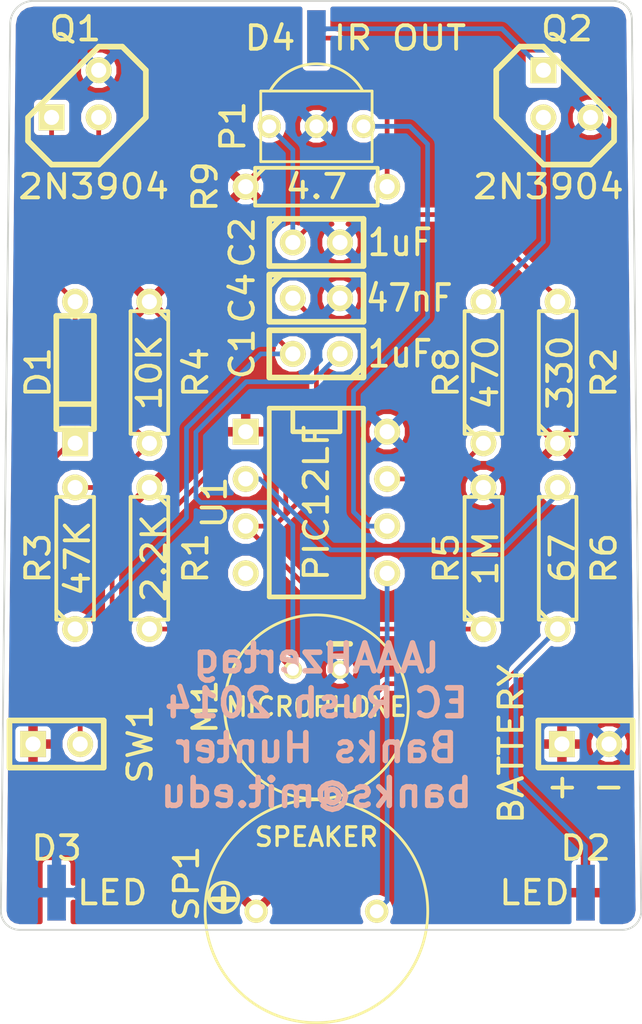
<source format=kicad_pcb>
(kicad_pcb (version 3) (host pcbnew "(2013-07-07 BZR 4022)-stable")

  (general
    (links 39)
    (no_connects 0)
    (area 97.207734 99.949999 134.550001 155.329001)
    (thickness 1.6)
    (drawings 14)
    (tracks 83)
    (zones 0)
    (modules 23)
    (nets 16)
  )

  (page A3)
  (layers
    (15 F.Cu signal)
    (0 B.Cu signal)
    (16 B.Adhes user)
    (17 F.Adhes user)
    (18 B.Paste user)
    (19 F.Paste user)
    (20 B.SilkS user)
    (21 F.SilkS user)
    (22 B.Mask user)
    (23 F.Mask user)
    (24 Dwgs.User user)
    (25 Cmts.User user)
    (26 Eco1.User user)
    (27 Eco2.User user)
    (28 Edge.Cuts user)
  )

  (setup
    (last_trace_width 0.254)
    (trace_clearance 0.254)
    (zone_clearance 0.254)
    (zone_45_only no)
    (trace_min 0.254)
    (segment_width 0.2)
    (edge_width 0.1)
    (via_size 0.889)
    (via_drill 0.635)
    (via_min_size 0.889)
    (via_min_drill 0.508)
    (uvia_size 0.508)
    (uvia_drill 0.127)
    (uvias_allowed no)
    (uvia_min_size 0.508)
    (uvia_min_drill 0.127)
    (pcb_text_width 0.3)
    (pcb_text_size 1.5 1.5)
    (mod_edge_width 0.15)
    (mod_text_size 1 1)
    (mod_text_width 0.15)
    (pad_size 1 3)
    (pad_drill 0)
    (pad_to_mask_clearance 0)
    (aux_axis_origin 0 0)
    (visible_elements 7FFFFFFF)
    (pcbplotparams
      (layerselection 284196865)
      (usegerberextensions true)
      (excludeedgelayer true)
      (linewidth 0.150000)
      (plotframeref false)
      (viasonmask false)
      (mode 1)
      (useauxorigin false)
      (hpglpennumber 1)
      (hpglpenspeed 20)
      (hpglpendiameter 15)
      (hpglpenoverlay 2)
      (psnegative false)
      (psa4output false)
      (plotreference true)
      (plotvalue true)
      (plotothertext true)
      (plotinvisibletext false)
      (padsonsilk false)
      (subtractmaskfromsilk false)
      (outputformat 1)
      (mirror false)
      (drillshape 0)
      (scaleselection 1)
      (outputdirectory "C:/Users/Banks/Documents/GitHub/lAAAHzertag/KiCAD_final/Final gerbers/"))
  )

  (net 0 "")
  (net 1 /IR_IN)
  (net 2 /MIC_IN)
  (net 3 /SPEAKER)
  (net 4 GND)
  (net 5 N-000001)
  (net 6 N-0000010)
  (net 7 N-0000012)
  (net 8 N-0000013)
  (net 9 N-000003)
  (net 10 N-000004)
  (net 11 N-000006)
  (net 12 N-000007)
  (net 13 N-000008)
  (net 14 N-000009)
  (net 15 VDD)

  (net_class Default "This is the default net class."
    (clearance 0.254)
    (trace_width 0.254)
    (via_dia 0.889)
    (via_drill 0.635)
    (uvia_dia 0.508)
    (uvia_drill 0.127)
    (add_net "")
    (add_net /IR_IN)
    (add_net /MIC_IN)
    (add_net /SPEAKER)
    (add_net GND)
    (add_net N-000001)
    (add_net N-0000010)
    (add_net N-0000012)
    (add_net N-0000013)
    (add_net N-000003)
    (add_net N-000004)
    (add_net N-000006)
    (add_net N-000007)
    (add_net N-000008)
    (add_net N-000009)
    (add_net VDD)
  )

  (module D3 (layer F.Cu) (tedit 53E9AEE9) (tstamp 53D637C9)
    (at 104 120 270)
    (descr "Diode 3 pas")
    (tags "DIODE DEV")
    (path /53D54A1B)
    (fp_text reference D1 (at 0 2 270) (layer F.SilkS)
      (effects (font (size 1.27 1.398) (thickness 0.2032)))
    )
    (fp_text value DIODE (at -5.5 0 360) (layer F.SilkS) hide
      (effects (font (size 1.27 1.398) (thickness 0.2032)))
    )
    (fp_line (start 1.7 -1) (end 1.7 1) (layer F.SilkS) (width 0.3))
    (fp_line (start 3.81 0) (end 3.048 0) (layer F.SilkS) (width 0.3048))
    (fp_line (start 3.048 0) (end 3.048 -1.016) (layer F.SilkS) (width 0.3048))
    (fp_line (start 3.048 -1.016) (end -3.048 -1.016) (layer F.SilkS) (width 0.3048))
    (fp_line (start -3.048 -1.016) (end -3.048 0) (layer F.SilkS) (width 0.3048))
    (fp_line (start -3.048 0) (end -3.81 0) (layer F.SilkS) (width 0.3048))
    (fp_line (start -3.048 0) (end -3.048 1.016) (layer F.SilkS) (width 0.3048))
    (fp_line (start -3.048 1.016) (end 3.048 1.016) (layer F.SilkS) (width 0.3048))
    (fp_line (start 3.048 1.016) (end 3.048 0) (layer F.SilkS) (width 0.3048))
    (pad 2 thru_hole rect (at 3.81 0 270) (size 1.397 1.397) (drill 0.8128)
      (layers *.Cu *.Mask F.SilkS)
      (net 2 /MIC_IN)
    )
    (pad 1 thru_hole circle (at -3.81 0 270) (size 1.397 1.397) (drill 0.8128)
      (layers *.Cu *.Mask F.SilkS)
      (net 10 N-000004)
    )
    (model discret/diode.wrl
      (at (xyz 0 0 0))
      (scale (xyz 0.3 0.3 0.3))
      (rotate (xyz 0 0 0))
    )
  )

  (module LED-5MM-2-SIDE (layer F.Cu) (tedit 53E9B0C9) (tstamp 53D63781)
    (at 103 148)
    (descr "LED 5mm - Lead pitch 100mil (2,54mm)")
    (tags "LED led 5mm 5MM 100mil 2,54mm")
    (path /53D53DF9)
    (fp_text reference D3 (at 0 -2.4) (layer F.SilkS)
      (effects (font (size 1.27 1.398) (thickness 0.2032)))
    )
    (fp_text value LED (at 3 0) (layer F.SilkS)
      (effects (font (size 1.27 1.398) (thickness 0.2032)))
    )
    (pad 1 smd rect (at 0 0) (size 1 3)
      (layers F.Cu F.Paste F.Mask)
      (net 7 N-0000012)
    )
    (pad 2 smd rect (at 0 0) (size 1 3)
      (layers B.Cu B.Paste B.Mask)
      (net 4 GND)
    )
    (model discret/leds/led5_vertical_verde.wrl
      (at (xyz 0 0 0))
      (scale (xyz 1 1 1))
      (rotate (xyz 0 0 0))
    )
  )

  (module TSOP34838 (layer F.Cu) (tedit 53E9B329) (tstamp 53D63709)
    (at 117 106.75 180)
    (path /53D5376D)
    (fp_text reference P1 (at 4.5 0 270) (layer F.SilkS)
      (effects (font (size 1.27 1.398) (thickness 0.2032)))
    )
    (fp_text value PHOTODETECTOR (at 0 2 180) (layer F.SilkS) hide
      (effects (font (size 1.27 1.398) (thickness 0.2032)))
    )
    (fp_arc (start 0 0.5) (end 2.5 1.9) (angle 120) (layer F.SilkS) (width 0.15))
    (fp_line (start 3 -1.9) (end 3 1.9) (layer F.SilkS) (width 0.15))
    (fp_line (start 3 1.9) (end -3 1.9) (layer F.SilkS) (width 0.15))
    (fp_line (start -3 1.9) (end -3 -1.9) (layer F.SilkS) (width 0.15))
    (fp_line (start -3 -1.9) (end 3 -1.9) (layer F.SilkS) (width 0.15))
    (pad 1 thru_hole circle (at -2.54 0 180) (size 1.25 1.25) (drill 0.75)
      (layers *.Cu *.Mask F.SilkS)
      (net 1 /IR_IN)
    )
    (pad 2 thru_hole circle (at 0 0 180) (size 1.25 1.25) (drill 0.75)
      (layers *.Cu *.Mask F.SilkS)
      (net 4 GND)
    )
    (pad 3 thru_hole circle (at 2.54 0 180) (size 1.25 1.25) (drill 0.75)
      (layers *.Cu *.Mask F.SilkS)
      (net 8 N-0000013)
    )
  )

  (module TO92-123 (layer F.Cu) (tedit 53E9AE1A) (tstamp 53D63718)
    (at 104 105 180)
    (descr "Transistor TO92 brochage type BC237")
    (tags "TR TO92")
    (path /53D52FCA)
    (fp_text reference Q1 (at 0 3.5 180) (layer F.SilkS)
      (effects (font (size 1.27 1.398) (thickness 0.2032)))
    )
    (fp_text value 2N3904 (at -1 -5 180) (layer F.SilkS)
      (effects (font (size 1.27 1.398) (thickness 0.2032)))
    )
    (fp_line (start -1.27 2.54) (end 2.54 -1.27) (layer F.SilkS) (width 0.3048))
    (fp_line (start 2.54 -1.27) (end 2.54 -2.54) (layer F.SilkS) (width 0.3048))
    (fp_line (start 2.54 -2.54) (end 1.27 -3.81) (layer F.SilkS) (width 0.3048))
    (fp_line (start 1.27 -3.81) (end -1.27 -3.81) (layer F.SilkS) (width 0.3048))
    (fp_line (start -1.27 -3.81) (end -3.81 -1.27) (layer F.SilkS) (width 0.3048))
    (fp_line (start -3.81 -1.27) (end -3.81 1.27) (layer F.SilkS) (width 0.3048))
    (fp_line (start -3.81 1.27) (end -2.54 2.54) (layer F.SilkS) (width 0.3048))
    (fp_line (start -2.54 2.54) (end -1.27 2.54) (layer F.SilkS) (width 0.3048))
    (pad 3 thru_hole rect (at 1.27 -1.27 180) (size 1.397 1.397) (drill 0.8128)
      (layers *.Cu *.Mask F.SilkS)
      (net 10 N-000004)
    )
    (pad 2 thru_hole circle (at -1.27 -1.27 180) (size 1.397 1.397) (drill 0.8128)
      (layers *.Cu *.Mask F.SilkS)
      (net 9 N-000003)
    )
    (pad 1 thru_hole circle (at -1.27 1.27 180) (size 1.397 1.397) (drill 0.8128)
      (layers *.Cu *.Mask F.SilkS)
      (net 4 GND)
    )
    (model discret/to98.wrl
      (at (xyz 0 0 0))
      (scale (xyz 1 1 1))
      (rotate (xyz 0 0 0))
    )
  )

  (module SIL-2 (layer F.Cu) (tedit 53E9AE61) (tstamp 53D63722)
    (at 103 140)
    (descr "Connecteurs 2 pins")
    (tags "CONN DEV")
    (path /53D548CF)
    (fp_text reference SW1 (at 4.5 0 90) (layer F.SilkS)
      (effects (font (size 1.27 1.398) (thickness 0.2032)))
    )
    (fp_text value SW_PUSH (at 0 -2.54) (layer F.SilkS) hide
      (effects (font (size 1.27 1.398) (thickness 0.2032)))
    )
    (fp_line (start -2.54 1.27) (end -2.54 -1.27) (layer F.SilkS) (width 0.3048))
    (fp_line (start -2.54 -1.27) (end 2.54 -1.27) (layer F.SilkS) (width 0.3048))
    (fp_line (start 2.54 -1.27) (end 2.54 1.27) (layer F.SilkS) (width 0.3048))
    (fp_line (start 2.54 1.27) (end -2.54 1.27) (layer F.SilkS) (width 0.3048))
    (pad 1 thru_hole rect (at -1.27 0) (size 1.397 1.397) (drill 0.8128)
      (layers *.Cu *.Mask F.SilkS)
      (net 15 VDD)
    )
    (pad 2 thru_hole circle (at 1.27 0) (size 1.397 1.397) (drill 0.8128)
      (layers *.Cu *.Mask F.SilkS)
      (net 2 /MIC_IN)
    )
  )

  (module SIL-2 (layer F.Cu) (tedit 53E9AE5C) (tstamp 53D6372C)
    (at 131.5 140)
    (descr "Connecteurs 2 pins")
    (tags "CONN DEV")
    (path /53D54000)
    (fp_text reference BT1 (at 0 -2.54) (layer F.SilkS) hide
      (effects (font (size 1.27 1.398) (thickness 0.2032)))
    )
    (fp_text value BATTERY (at -4 0 90) (layer F.SilkS)
      (effects (font (size 1.27 1.398) (thickness 0.2032)))
    )
    (fp_line (start -2.54 1.27) (end -2.54 -1.27) (layer F.SilkS) (width 0.3048))
    (fp_line (start -2.54 -1.27) (end 2.54 -1.27) (layer F.SilkS) (width 0.3048))
    (fp_line (start 2.54 -1.27) (end 2.54 1.27) (layer F.SilkS) (width 0.3048))
    (fp_line (start 2.54 1.27) (end -2.54 1.27) (layer F.SilkS) (width 0.3048))
    (pad 1 thru_hole rect (at -1.27 0) (size 1.397 1.397) (drill 0.8128)
      (layers *.Cu *.Mask F.SilkS)
      (net 15 VDD)
    )
    (pad 2 thru_hole circle (at 1.27 0) (size 1.397 1.397) (drill 0.8128)
      (layers *.Cu *.Mask F.SilkS)
      (net 4 GND)
    )
  )

  (module R3 (layer F.Cu) (tedit 53E9ADAC) (tstamp 53D6373A)
    (at 126 130 90)
    (descr "Resitance 3 pas")
    (tags R)
    (path /53D54A39)
    (autoplace_cost180 10)
    (fp_text reference R5 (at 0 -2 90) (layer F.SilkS)
      (effects (font (size 1.27 1.398) (thickness 0.2032)))
    )
    (fp_text value 1M (at 0 0.127 90) (layer F.SilkS)
      (effects (font (size 1.27 1.398) (thickness 0.2032)))
    )
    (fp_line (start -3.81 0) (end -3.302 0) (layer F.SilkS) (width 0.2032))
    (fp_line (start 3.81 0) (end 3.302 0) (layer F.SilkS) (width 0.2032))
    (fp_line (start 3.302 0) (end 3.302 -1.016) (layer F.SilkS) (width 0.2032))
    (fp_line (start 3.302 -1.016) (end -3.302 -1.016) (layer F.SilkS) (width 0.2032))
    (fp_line (start -3.302 -1.016) (end -3.302 1.016) (layer F.SilkS) (width 0.2032))
    (fp_line (start -3.302 1.016) (end 3.302 1.016) (layer F.SilkS) (width 0.2032))
    (fp_line (start 3.302 1.016) (end 3.302 0) (layer F.SilkS) (width 0.2032))
    (fp_line (start -3.302 -0.508) (end -2.794 -1.016) (layer F.SilkS) (width 0.2032))
    (pad 1 thru_hole circle (at -3.81 0 90) (size 1.397 1.397) (drill 0.8128)
      (layers *.Cu *.Mask F.SilkS)
      (net 2 /MIC_IN)
    )
    (pad 2 thru_hole circle (at 3.81 0 90) (size 1.397 1.397) (drill 0.8128)
      (layers *.Cu *.Mask F.SilkS)
      (net 4 GND)
    )
    (model discret/resistor.wrl
      (at (xyz 0 0 0))
      (scale (xyz 0.3 0.3 0.3))
      (rotate (xyz 0 0 0))
    )
  )

  (module R3 (layer F.Cu) (tedit 53E9B98F) (tstamp 53D63748)
    (at 108 130 270)
    (descr "Resitance 3 pas")
    (tags R)
    (path /53D52F5A)
    (autoplace_cost180 10)
    (fp_text reference R1 (at 0 -2.5 270) (layer F.SilkS)
      (effects (font (size 1.27 1.398) (thickness 0.2032)))
    )
    (fp_text value 2.2K (at 0 -0.25 270) (layer F.SilkS)
      (effects (font (size 1.27 1.398) (thickness 0.2032)))
    )
    (fp_line (start -3.81 0) (end -3.302 0) (layer F.SilkS) (width 0.2032))
    (fp_line (start 3.81 0) (end 3.302 0) (layer F.SilkS) (width 0.2032))
    (fp_line (start 3.302 0) (end 3.302 -1.016) (layer F.SilkS) (width 0.2032))
    (fp_line (start 3.302 -1.016) (end -3.302 -1.016) (layer F.SilkS) (width 0.2032))
    (fp_line (start -3.302 -1.016) (end -3.302 1.016) (layer F.SilkS) (width 0.2032))
    (fp_line (start -3.302 1.016) (end 3.302 1.016) (layer F.SilkS) (width 0.2032))
    (fp_line (start 3.302 1.016) (end 3.302 0) (layer F.SilkS) (width 0.2032))
    (fp_line (start -3.302 -0.508) (end -2.794 -1.016) (layer F.SilkS) (width 0.2032))
    (pad 1 thru_hole circle (at -3.81 0 270) (size 1.397 1.397) (drill 0.8128)
      (layers *.Cu *.Mask F.SilkS)
      (net 15 VDD)
    )
    (pad 2 thru_hole circle (at 3.81 0 270) (size 1.397 1.397) (drill 0.8128)
      (layers *.Cu *.Mask F.SilkS)
      (net 5 N-000001)
    )
    (model discret/resistor.wrl
      (at (xyz 0 0 0))
      (scale (xyz 0.3 0.3 0.3))
      (rotate (xyz 0 0 0))
    )
  )

  (module R3 (layer F.Cu) (tedit 53E9AD85) (tstamp 53D63756)
    (at 108 120 270)
    (descr "Resitance 3 pas")
    (tags R)
    (path /53D52FD9)
    (autoplace_cost180 10)
    (fp_text reference R4 (at 0 -2.5 270) (layer F.SilkS)
      (effects (font (size 1.27 1.398) (thickness 0.2032)))
    )
    (fp_text value 10K (at 0 0 270) (layer F.SilkS)
      (effects (font (size 1.27 1.398) (thickness 0.2032)))
    )
    (fp_line (start -3.81 0) (end -3.302 0) (layer F.SilkS) (width 0.2032))
    (fp_line (start 3.81 0) (end 3.302 0) (layer F.SilkS) (width 0.2032))
    (fp_line (start 3.302 0) (end 3.302 -1.016) (layer F.SilkS) (width 0.2032))
    (fp_line (start 3.302 -1.016) (end -3.302 -1.016) (layer F.SilkS) (width 0.2032))
    (fp_line (start -3.302 -1.016) (end -3.302 1.016) (layer F.SilkS) (width 0.2032))
    (fp_line (start -3.302 1.016) (end 3.302 1.016) (layer F.SilkS) (width 0.2032))
    (fp_line (start 3.302 1.016) (end 3.302 0) (layer F.SilkS) (width 0.2032))
    (fp_line (start -3.302 -0.508) (end -2.794 -1.016) (layer F.SilkS) (width 0.2032))
    (pad 1 thru_hole circle (at -3.81 0 270) (size 1.397 1.397) (drill 0.8128)
      (layers *.Cu *.Mask F.SilkS)
      (net 15 VDD)
    )
    (pad 2 thru_hole circle (at 3.81 0 270) (size 1.397 1.397) (drill 0.8128)
      (layers *.Cu *.Mask F.SilkS)
      (net 10 N-000004)
    )
    (model discret/resistor.wrl
      (at (xyz 0 0 0))
      (scale (xyz 0.3 0.3 0.3))
      (rotate (xyz 0 0 0))
    )
  )

  (module R3 (layer F.Cu) (tedit 53E9B999) (tstamp 53D63764)
    (at 104 130 90)
    (descr "Resitance 3 pas")
    (tags R)
    (path /53D52FE8)
    (autoplace_cost180 10)
    (fp_text reference R3 (at 0 -2 90) (layer F.SilkS)
      (effects (font (size 1.27 1.398) (thickness 0.2032)))
    )
    (fp_text value 47K (at 0 0.127 90) (layer F.SilkS)
      (effects (font (size 1.27 1.398) (thickness 0.2032)))
    )
    (fp_line (start -3.81 0) (end -3.302 0) (layer F.SilkS) (width 0.2032))
    (fp_line (start 3.81 0) (end 3.302 0) (layer F.SilkS) (width 0.2032))
    (fp_line (start 3.302 0) (end 3.302 -1.016) (layer F.SilkS) (width 0.2032))
    (fp_line (start 3.302 -1.016) (end -3.302 -1.016) (layer F.SilkS) (width 0.2032))
    (fp_line (start -3.302 -1.016) (end -3.302 1.016) (layer F.SilkS) (width 0.2032))
    (fp_line (start -3.302 1.016) (end 3.302 1.016) (layer F.SilkS) (width 0.2032))
    (fp_line (start 3.302 1.016) (end 3.302 0) (layer F.SilkS) (width 0.2032))
    (fp_line (start -3.302 -0.508) (end -2.794 -1.016) (layer F.SilkS) (width 0.2032))
    (pad 1 thru_hole circle (at -3.81 0 90) (size 1.397 1.397) (drill 0.8128)
      (layers *.Cu *.Mask F.SilkS)
      (net 9 N-000003)
    )
    (pad 2 thru_hole circle (at 3.81 0 90) (size 1.397 1.397) (drill 0.8128)
      (layers *.Cu *.Mask F.SilkS)
      (net 10 N-000004)
    )
    (model discret/resistor.wrl
      (at (xyz 0 0 0))
      (scale (xyz 0.3 0.3 0.3))
      (rotate (xyz 0 0 0))
    )
  )

  (module R3 (layer F.Cu) (tedit 53E9AD97) (tstamp 53D63772)
    (at 130 120 90)
    (descr "Resitance 3 pas")
    (tags R)
    (path /53D53896)
    (autoplace_cost180 10)
    (fp_text reference R2 (at 0 2.5 90) (layer F.SilkS)
      (effects (font (size 1.27 1.398) (thickness 0.2032)))
    )
    (fp_text value 330 (at 0 0.127 90) (layer F.SilkS)
      (effects (font (size 1.27 1.398) (thickness 0.2032)))
    )
    (fp_line (start -3.81 0) (end -3.302 0) (layer F.SilkS) (width 0.2032))
    (fp_line (start 3.81 0) (end 3.302 0) (layer F.SilkS) (width 0.2032))
    (fp_line (start 3.302 0) (end 3.302 -1.016) (layer F.SilkS) (width 0.2032))
    (fp_line (start 3.302 -1.016) (end -3.302 -1.016) (layer F.SilkS) (width 0.2032))
    (fp_line (start -3.302 -1.016) (end -3.302 1.016) (layer F.SilkS) (width 0.2032))
    (fp_line (start -3.302 1.016) (end 3.302 1.016) (layer F.SilkS) (width 0.2032))
    (fp_line (start 3.302 1.016) (end 3.302 0) (layer F.SilkS) (width 0.2032))
    (fp_line (start -3.302 -0.508) (end -2.794 -1.016) (layer F.SilkS) (width 0.2032))
    (pad 1 thru_hole circle (at -3.81 0 90) (size 1.397 1.397) (drill 0.8128)
      (layers *.Cu *.Mask F.SilkS)
      (net 15 VDD)
    )
    (pad 2 thru_hole circle (at 3.81 0 90) (size 1.397 1.397) (drill 0.8128)
      (layers *.Cu *.Mask F.SilkS)
      (net 8 N-0000013)
    )
    (model discret/resistor.wrl
      (at (xyz 0 0 0))
      (scale (xyz 0.3 0.3 0.3))
      (rotate (xyz 0 0 0))
    )
  )

  (module GT-111P (layer F.Cu) (tedit 53E9B0C5) (tstamp 53D637A6)
    (at 117 149)
    (path /53D52F16)
    (fp_text reference SP1 (at -7 -1.5 90) (layer F.SilkS)
      (effects (font (size 1.27 1.398) (thickness 0.2032)))
    )
    (fp_text value SPEAKER (at 0 -4) (layer F.SilkS)
      (effects (font (size 1 1) (thickness 0.18)))
    )
    (fp_circle (center 0 0) (end 6 0) (layer F.SilkS) (width 0.15))
    (pad 1 thru_hole circle (at -3.25 0) (size 1.25 1.25) (drill 0.75)
      (layers *.Cu *.Mask F.SilkS)
      (net 15 VDD)
    )
    (pad 2 thru_hole circle (at 3.25 0) (size 1.25 1.25) (drill 0.75)
      (layers *.Cu *.Mask F.SilkS)
      (net 3 /SPEAKER)
    )
  )

  (module DIP-8__300 (layer F.Cu) (tedit 53E9ADBF) (tstamp 53D637B9)
    (at 117 127 270)
    (descr "8 pins DIL package, round pads")
    (tags DIL)
    (path /53D52C66)
    (fp_text reference U1 (at 0 5.5 270) (layer F.SilkS)
      (effects (font (size 1.27 1.398) (thickness 0.2032)))
    )
    (fp_text value PIC12LF (at 0 0 270) (layer F.SilkS)
      (effects (font (size 1.27 1.398) (thickness 0.2032)))
    )
    (fp_line (start -5.08 -1.27) (end -3.81 -1.27) (layer F.SilkS) (width 0.254))
    (fp_line (start -3.81 -1.27) (end -3.81 1.27) (layer F.SilkS) (width 0.254))
    (fp_line (start -3.81 1.27) (end -5.08 1.27) (layer F.SilkS) (width 0.254))
    (fp_line (start -5.08 -2.54) (end 5.08 -2.54) (layer F.SilkS) (width 0.254))
    (fp_line (start 5.08 -2.54) (end 5.08 2.54) (layer F.SilkS) (width 0.254))
    (fp_line (start 5.08 2.54) (end -5.08 2.54) (layer F.SilkS) (width 0.254))
    (fp_line (start -5.08 2.54) (end -5.08 -2.54) (layer F.SilkS) (width 0.254))
    (pad 1 thru_hole rect (at -3.81 3.81 270) (size 1.397 1.397) (drill 0.8128)
      (layers *.Cu *.Mask F.SilkS)
      (net 15 VDD)
    )
    (pad 2 thru_hole circle (at -1.27 3.81 270) (size 1.397 1.397) (drill 0.8128)
      (layers *.Cu *.Mask F.SilkS)
      (net 6 N-0000010)
    )
    (pad 3 thru_hole circle (at 1.27 3.81 270) (size 1.397 1.397) (drill 0.8128)
      (layers *.Cu *.Mask F.SilkS)
      (net 2 /MIC_IN)
    )
    (pad 4 thru_hole circle (at 3.81 3.81 270) (size 1.397 1.397) (drill 0.8128)
      (layers *.Cu *.Mask F.SilkS)
    )
    (pad 5 thru_hole circle (at 3.81 -3.81 270) (size 1.397 1.397) (drill 0.8128)
      (layers *.Cu *.Mask F.SilkS)
      (net 3 /SPEAKER)
    )
    (pad 6 thru_hole circle (at 1.27 -3.81 270) (size 1.397 1.397) (drill 0.8128)
      (layers *.Cu *.Mask F.SilkS)
      (net 1 /IR_IN)
    )
    (pad 7 thru_hole circle (at -1.27 -3.81 270) (size 1.397 1.397) (drill 0.8128)
      (layers *.Cu *.Mask F.SilkS)
      (net 14 N-000009)
    )
    (pad 8 thru_hole circle (at -3.81 -3.81 270) (size 1.397 1.397) (drill 0.8128)
      (layers *.Cu *.Mask F.SilkS)
      (net 4 GND)
    )
    (model dil/dil_8.wrl
      (at (xyz 0 0 0))
      (scale (xyz 1 1 1))
      (rotate (xyz 0 0 0))
    )
  )

  (module CMA-4544PF-W (layer F.Cu) (tedit 53E9B0B5) (tstamp 53E9B692)
    (at 117 138 90)
    (path /53D52F41)
    (fp_text reference M1 (at 0 -6 90) (layer F.SilkS)
      (effects (font (size 1.27 1.398) (thickness 0.2032)))
    )
    (fp_text value MICROPHONE (at 0 0 180) (layer F.SilkS)
      (effects (font (size 1 1) (thickness 0.18)))
    )
    (fp_circle (center 0 0) (end 4.95 0) (layer F.SilkS) (width 0.15))
    (pad 1 thru_hole circle (at 2 -1.27 90) (size 1 1) (drill 0.65)
      (layers *.Cu *.Mask F.SilkS)
      (net 5 N-000001)
    )
    (pad 2 thru_hole circle (at 2 1.27 90) (size 1 1) (drill 0.65)
      (layers *.Cu *.Mask F.SilkS)
      (net 4 GND)
    )
  )

  (module TO92-123 (layer F.Cu) (tedit 53E9AE1E) (tstamp 53D5BCF4)
    (at 130.5 105 90)
    (descr "Transistor TO92 brochage type BC237")
    (tags "TR TO92")
    (path /53D59463)
    (fp_text reference Q2 (at 3.5 0 180) (layer F.SilkS)
      (effects (font (size 1.27 1.398) (thickness 0.2032)))
    )
    (fp_text value 2N3904 (at -5 -1 180) (layer F.SilkS)
      (effects (font (size 1.27 1.398) (thickness 0.2032)))
    )
    (fp_line (start -1.27 2.54) (end 2.54 -1.27) (layer F.SilkS) (width 0.3048))
    (fp_line (start 2.54 -1.27) (end 2.54 -2.54) (layer F.SilkS) (width 0.3048))
    (fp_line (start 2.54 -2.54) (end 1.27 -3.81) (layer F.SilkS) (width 0.3048))
    (fp_line (start 1.27 -3.81) (end -1.27 -3.81) (layer F.SilkS) (width 0.3048))
    (fp_line (start -1.27 -3.81) (end -3.81 -1.27) (layer F.SilkS) (width 0.3048))
    (fp_line (start -3.81 -1.27) (end -3.81 1.27) (layer F.SilkS) (width 0.3048))
    (fp_line (start -3.81 1.27) (end -2.54 2.54) (layer F.SilkS) (width 0.3048))
    (fp_line (start -2.54 2.54) (end -1.27 2.54) (layer F.SilkS) (width 0.3048))
    (pad 3 thru_hole rect (at 1.27 -1.27 90) (size 1.397 1.397) (drill 0.8128)
      (layers *.Cu *.Mask F.SilkS)
      (net 12 N-000007)
    )
    (pad 2 thru_hole circle (at -1.27 -1.27 90) (size 1.397 1.397) (drill 0.8128)
      (layers *.Cu *.Mask F.SilkS)
      (net 11 N-000006)
    )
    (pad 1 thru_hole circle (at -1.27 1.27 90) (size 1.397 1.397) (drill 0.8128)
      (layers *.Cu *.Mask F.SilkS)
      (net 4 GND)
    )
    (model discret/to98.wrl
      (at (xyz 0 0 0))
      (scale (xyz 1 1 1))
      (rotate (xyz 0 0 0))
    )
  )

  (module R3 (layer F.Cu) (tedit 53E9AF02) (tstamp 53D5BD02)
    (at 117 110)
    (descr "Resitance 3 pas")
    (tags R)
    (path /53D59496)
    (autoplace_cost180 10)
    (fp_text reference R9 (at -6 0 90) (layer F.SilkS)
      (effects (font (size 1.27 1.398) (thickness 0.2032)))
    )
    (fp_text value 4.7 (at 0 0) (layer F.SilkS)
      (effects (font (size 1.27 1.398) (thickness 0.2032)))
    )
    (fp_line (start -3.81 0) (end -3.302 0) (layer F.SilkS) (width 0.2032))
    (fp_line (start 3.81 0) (end 3.302 0) (layer F.SilkS) (width 0.2032))
    (fp_line (start 3.302 0) (end 3.302 -1.016) (layer F.SilkS) (width 0.2032))
    (fp_line (start 3.302 -1.016) (end -3.302 -1.016) (layer F.SilkS) (width 0.2032))
    (fp_line (start -3.302 -1.016) (end -3.302 1.016) (layer F.SilkS) (width 0.2032))
    (fp_line (start -3.302 1.016) (end 3.302 1.016) (layer F.SilkS) (width 0.2032))
    (fp_line (start 3.302 1.016) (end 3.302 0) (layer F.SilkS) (width 0.2032))
    (fp_line (start -3.302 -0.508) (end -2.794 -1.016) (layer F.SilkS) (width 0.2032))
    (pad 1 thru_hole circle (at -3.81 0) (size 1.397 1.397) (drill 0.8128)
      (layers *.Cu *.Mask F.SilkS)
      (net 15 VDD)
    )
    (pad 2 thru_hole circle (at 3.81 0) (size 1.397 1.397) (drill 0.8128)
      (layers *.Cu *.Mask F.SilkS)
      (net 13 N-000008)
    )
    (model discret/resistor.wrl
      (at (xyz 0 0 0))
      (scale (xyz 0.3 0.3 0.3))
      (rotate (xyz 0 0 0))
    )
  )

  (module R3 (layer F.Cu) (tedit 53E9AD7E) (tstamp 53D5BD10)
    (at 126 120 90)
    (descr "Resitance 3 pas")
    (tags R)
    (path /53D594A5)
    (autoplace_cost180 10)
    (fp_text reference R8 (at 0 -2 90) (layer F.SilkS)
      (effects (font (size 1.27 1.398) (thickness 0.2032)))
    )
    (fp_text value 470 (at 0 0.127 90) (layer F.SilkS)
      (effects (font (size 1.27 1.398) (thickness 0.2032)))
    )
    (fp_line (start -3.81 0) (end -3.302 0) (layer F.SilkS) (width 0.2032))
    (fp_line (start 3.81 0) (end 3.302 0) (layer F.SilkS) (width 0.2032))
    (fp_line (start 3.302 0) (end 3.302 -1.016) (layer F.SilkS) (width 0.2032))
    (fp_line (start 3.302 -1.016) (end -3.302 -1.016) (layer F.SilkS) (width 0.2032))
    (fp_line (start -3.302 -1.016) (end -3.302 1.016) (layer F.SilkS) (width 0.2032))
    (fp_line (start -3.302 1.016) (end 3.302 1.016) (layer F.SilkS) (width 0.2032))
    (fp_line (start 3.302 1.016) (end 3.302 0) (layer F.SilkS) (width 0.2032))
    (fp_line (start -3.302 -0.508) (end -2.794 -1.016) (layer F.SilkS) (width 0.2032))
    (pad 1 thru_hole circle (at -3.81 0 90) (size 1.397 1.397) (drill 0.8128)
      (layers *.Cu *.Mask F.SilkS)
      (net 14 N-000009)
    )
    (pad 2 thru_hole circle (at 3.81 0 90) (size 1.397 1.397) (drill 0.8128)
      (layers *.Cu *.Mask F.SilkS)
      (net 11 N-000006)
    )
    (model discret/resistor.wrl
      (at (xyz 0 0 0))
      (scale (xyz 0.3 0.3 0.3))
      (rotate (xyz 0 0 0))
    )
  )

  (module R3 (layer F.Cu) (tedit 53E9BE64) (tstamp 53D5BD1E)
    (at 130 130 90)
    (descr "Resitance 3 pas")
    (tags R)
    (path /53D596C1)
    (autoplace_cost180 10)
    (fp_text reference R6 (at 0 2.5 90) (layer F.SilkS)
      (effects (font (size 1.27 1.398) (thickness 0.2032)))
    )
    (fp_text value 67 (at 0 0.25 90) (layer F.SilkS)
      (effects (font (size 1.27 1.398) (thickness 0.2032)))
    )
    (fp_line (start -3.81 0) (end -3.302 0) (layer F.SilkS) (width 0.2032))
    (fp_line (start 3.81 0) (end 3.302 0) (layer F.SilkS) (width 0.2032))
    (fp_line (start 3.302 0) (end 3.302 -1.016) (layer F.SilkS) (width 0.2032))
    (fp_line (start 3.302 -1.016) (end -3.302 -1.016) (layer F.SilkS) (width 0.2032))
    (fp_line (start -3.302 -1.016) (end -3.302 1.016) (layer F.SilkS) (width 0.2032))
    (fp_line (start -3.302 1.016) (end 3.302 1.016) (layer F.SilkS) (width 0.2032))
    (fp_line (start 3.302 1.016) (end 3.302 0) (layer F.SilkS) (width 0.2032))
    (fp_line (start -3.302 -0.508) (end -2.794 -1.016) (layer F.SilkS) (width 0.2032))
    (pad 1 thru_hole circle (at -3.81 0 90) (size 1.397 1.397) (drill 0.8128)
      (layers *.Cu *.Mask F.SilkS)
      (net 7 N-0000012)
    )
    (pad 2 thru_hole circle (at 3.81 0 90) (size 1.397 1.397) (drill 0.8128)
      (layers *.Cu *.Mask F.SilkS)
      (net 6 N-0000010)
    )
    (model discret/resistor.wrl
      (at (xyz 0 0 0))
      (scale (xyz 0.3 0.3 0.3))
      (rotate (xyz 0 0 0))
    )
  )

  (module C1 (layer F.Cu) (tedit 53E9B44E) (tstamp 53D637DB)
    (at 117 113)
    (descr "Condensateur e = 1 pas")
    (tags C)
    (path /53D53799)
    (fp_text reference C2 (at -4 0 90) (layer F.SilkS)
      (effects (font (size 1.27 1.398) (thickness 0.2032)))
    )
    (fp_text value 1uF (at 4.5 0) (layer F.SilkS)
      (effects (font (size 1.398 1.27) (thickness 0.2032)))
    )
    (fp_line (start -2.4892 -1.27) (end 2.54 -1.27) (layer F.SilkS) (width 0.3048))
    (fp_line (start 2.54 -1.27) (end 2.54 1.27) (layer F.SilkS) (width 0.3048))
    (fp_line (start 2.54 1.27) (end -2.54 1.27) (layer F.SilkS) (width 0.3048))
    (fp_line (start -2.54 1.27) (end -2.54 -1.27) (layer F.SilkS) (width 0.3048))
    (fp_line (start -2.54 -0.635) (end -1.905 -1.27) (layer F.SilkS) (width 0.3048))
    (pad 1 thru_hole circle (at -1.27 0) (size 1.397 1.397) (drill 0.8128)
      (layers *.Cu *.Mask F.SilkS)
      (net 8 N-0000013)
    )
    (pad 2 thru_hole circle (at 1.27 0) (size 1.397 1.397) (drill 0.8128)
      (layers *.Cu *.Mask F.SilkS)
      (net 4 GND)
    )
    (model discret/capa_1_pas.wrl
      (at (xyz 0 0 0))
      (scale (xyz 1 1 1))
      (rotate (xyz 0 0 0))
    )
  )

  (module C1 (layer F.Cu) (tedit 53E9B44A) (tstamp 53D637F1)
    (at 117 119 180)
    (descr "Condensateur e = 1 pas")
    (tags C)
    (path /53D52FAF)
    (fp_text reference C1 (at 4 0 270) (layer F.SilkS)
      (effects (font (size 1.27 1.398) (thickness 0.2032)))
    )
    (fp_text value 1uF (at -4.5 0 180) (layer F.SilkS)
      (effects (font (size 1.398 1.27) (thickness 0.2032)))
    )
    (fp_line (start -2.4892 -1.27) (end 2.54 -1.27) (layer F.SilkS) (width 0.3048))
    (fp_line (start 2.54 -1.27) (end 2.54 1.27) (layer F.SilkS) (width 0.3048))
    (fp_line (start 2.54 1.27) (end -2.54 1.27) (layer F.SilkS) (width 0.3048))
    (fp_line (start -2.54 1.27) (end -2.54 -1.27) (layer F.SilkS) (width 0.3048))
    (fp_line (start -2.54 -0.635) (end -1.905 -1.27) (layer F.SilkS) (width 0.3048))
    (pad 1 thru_hole circle (at -1.27 0 180) (size 1.397 1.397) (drill 0.8128)
      (layers *.Cu *.Mask F.SilkS)
      (net 5 N-000001)
    )
    (pad 2 thru_hole circle (at 1.27 0 180) (size 1.397 1.397) (drill 0.8128)
      (layers *.Cu *.Mask F.SilkS)
      (net 9 N-000003)
    )
    (model discret/capa_1_pas.wrl
      (at (xyz 0 0 0))
      (scale (xyz 1 1 1))
      (rotate (xyz 0 0 0))
    )
  )

  (module C1 (layer F.Cu) (tedit 53E9B44C) (tstamp 53D637FC)
    (at 117 116)
    (descr "Condensateur e = 1 pas")
    (tags C)
    (path /53D54A2A)
    (fp_text reference C4 (at -4 0 90) (layer F.SilkS)
      (effects (font (size 1.27 1.398) (thickness 0.2032)))
    )
    (fp_text value 47nF (at 5 0) (layer F.SilkS)
      (effects (font (size 1.398 1.27) (thickness 0.2032)))
    )
    (fp_line (start -2.4892 -1.27) (end 2.54 -1.27) (layer F.SilkS) (width 0.3048))
    (fp_line (start 2.54 -1.27) (end 2.54 1.27) (layer F.SilkS) (width 0.3048))
    (fp_line (start 2.54 1.27) (end -2.54 1.27) (layer F.SilkS) (width 0.3048))
    (fp_line (start -2.54 1.27) (end -2.54 -1.27) (layer F.SilkS) (width 0.3048))
    (fp_line (start -2.54 -0.635) (end -1.905 -1.27) (layer F.SilkS) (width 0.3048))
    (pad 1 thru_hole circle (at -1.27 0) (size 1.397 1.397) (drill 0.8128)
      (layers *.Cu *.Mask F.SilkS)
      (net 2 /MIC_IN)
    )
    (pad 2 thru_hole circle (at 1.27 0) (size 1.397 1.397) (drill 0.8128)
      (layers *.Cu *.Mask F.SilkS)
      (net 4 GND)
    )
    (model discret/capa_1_pas.wrl
      (at (xyz 0 0 0))
      (scale (xyz 1 1 1))
      (rotate (xyz 0 0 0))
    )
  )

  (module LED-5MM-2-SIDE (layer F.Cu) (tedit 53E9B08E) (tstamp 53D63790)
    (at 117 102 180)
    (descr "LED 5mm - Lead pitch 100mil (2,54mm)")
    (tags "LED led 5mm 5MM 100mil 2,54mm")
    (path /53D53960)
    (fp_text reference D4 (at 2.5 0 180) (layer F.SilkS)
      (effects (font (size 1.27 1.398) (thickness 0.2032)))
    )
    (fp_text value "IR OUT" (at -4.5 0 180) (layer F.SilkS)
      (effects (font (size 1.27 1.398) (thickness 0.2032)))
    )
    (pad 1 smd rect (at 0 0 180) (size 1 3)
      (layers F.Cu F.Paste F.Mask)
      (net 13 N-000008)
    )
    (pad 2 smd rect (at 0 0 180) (size 1 3)
      (layers B.Cu B.Paste B.Mask)
      (net 12 N-000007)
    )
    (model discret/leds/led5_vertical_verde.wrl
      (at (xyz 0 0 0))
      (scale (xyz 1 1 1))
      (rotate (xyz 0 0 0))
    )
  )

  (module LED-5MM-2-SIDE (layer F.Cu) (tedit 53E9B0CB) (tstamp 53E9BB0A)
    (at 131.5 148)
    (descr "LED 5mm - Lead pitch 100mil (2,54mm)")
    (tags "LED led 5mm 5MM 100mil 2,54mm")
    (path /53D53DD8)
    (fp_text reference D2 (at 0 -2.4) (layer F.SilkS)
      (effects (font (size 1.27 1.398) (thickness 0.2032)))
    )
    (fp_text value LED (at -2.75 0) (layer F.SilkS)
      (effects (font (size 1.27 1.398) (thickness 0.2032)))
    )
    (pad 1 smd rect (at 0 0) (size 1 3)
      (layers F.Cu F.Paste F.Mask)
      (net 15 VDD)
    )
    (pad 2 smd rect (at 0 0) (size 1 3)
      (layers B.Cu B.Paste B.Mask)
      (net 7 N-0000012)
    )
    (model discret/leds/led5_vertical_verde.wrl
      (at (xyz 0 0 0))
      (scale (xyz 1 1 1))
      (rotate (xyz 0 0 0))
    )
  )

  (gr_circle (center 112 148.25) (end 112.25 147.5) (layer F.SilkS) (width 0.2))
  (gr_text + (at 112 148.25) (layer F.SilkS)
    (effects (font (size 1.5 1.5) (thickness 0.3)) (justify mirror))
  )
  (gr_text - (at 118.25 134.5) (layer F.SilkS)
    (effects (font (size 1.5 1.5) (thickness 0.3)))
  )
  (gr_text "lAAAHzertag\nEC Rush 2014\nBanks Hunter\nbanks@mit.edu" (at 117 139) (layer B.SilkS)
    (effects (font (size 1.5 1.5) (thickness 0.3)) (justify mirror))
  )
  (gr_line (start 101.75 100) (end 133 100) (angle 90) (layer Edge.Cuts) (width 0.1))
  (gr_line (start 101 150) (end 133.5 150) (angle 90) (layer Edge.Cuts) (width 0.1))
  (gr_line (start 100.5 101.25) (end 100 149) (angle 90) (layer Edge.Cuts) (width 0.1))
  (gr_line (start 134.5 149) (end 134 101) (angle 90) (layer Edge.Cuts) (width 0.1))
  (gr_arc (start 133.5 149) (end 134.5 149) (angle 90) (layer Edge.Cuts) (width 0.1))
  (gr_arc (start 101 149) (end 101 150) (angle 90) (layer Edge.Cuts) (width 0.1))
  (gr_arc (start 133 101) (end 133 100) (angle 90) (layer Edge.Cuts) (width 0.1))
  (gr_arc (start 101.75 101.25) (end 100.5 101.25) (angle 90) (layer Edge.Cuts) (width 0.1))
  (gr_text - (at 132.75 142.25) (layer F.SilkS)
    (effects (font (size 1.27 1.398) (thickness 0.2032)))
  )
  (gr_text + (at 130.25 142.25) (layer F.SilkS)
    (effects (font (size 1.27 1.398) (thickness 0.2032)))
  )

  (segment (start 119.54 106.75) (end 122.031576 106.75) (width 0.254) (layer B.Cu) (net 1))
  (segment (start 119.77 128.27) (end 119 127.5) (width 0.254) (layer B.Cu) (net 1) (tstamp 53E9A95A))
  (segment (start 119 127.5) (end 119 121) (width 0.254) (layer B.Cu) (net 1) (tstamp 53E9A95C))
  (segment (start 119 121) (end 122.5 117.5) (width 0.254) (layer B.Cu) (net 1) (tstamp 53E9A95D))
  (segment (start 119.77 128.27) (end 120.81 128.27) (width 0.254) (layer B.Cu) (net 1))
  (segment (start 122.991998 117.008002) (end 122.5 117.5) (width 0.254) (layer B.Cu) (net 1) (tstamp 53E9B248))
  (segment (start 122.991998 107.710422) (end 122.991998 117.008002) (width 0.254) (layer B.Cu) (net 1) (tstamp 53E9B247))
  (segment (start 122.031576 106.75) (end 122.991998 107.710422) (width 0.254) (layer B.Cu) (net 1) (tstamp 53E9B246))
  (segment (start 104.27 140) (end 104.27 137.521998) (width 0.254) (layer F.Cu) (net 2))
  (segment (start 115.35 125.5) (end 115.35 127.65) (width 0.254) (layer F.Cu) (net 2) (tstamp 53E9ACE6))
  (segment (start 114.3 124.45) (end 115.35 125.5) (width 0.254) (layer F.Cu) (net 2) (tstamp 53E9ACE4))
  (segment (start 112.2 124.45) (end 114.3 124.45) (width 0.254) (layer F.Cu) (net 2) (tstamp 53E9ACE1))
  (segment (start 105.991998 130.658002) (end 112.2 124.45) (width 0.254) (layer F.Cu) (net 2) (tstamp 53E9ACDE))
  (segment (start 105.991998 135.8) (end 105.991998 130.658002) (width 0.254) (layer F.Cu) (net 2) (tstamp 53E9ACDC))
  (segment (start 104.27 137.521998) (end 105.991998 135.8) (width 0.254) (layer F.Cu) (net 2) (tstamp 53E9ACDA))
  (segment (start 113.19 128.27) (end 114.73 128.27) (width 0.254) (layer F.Cu) (net 2))
  (segment (start 114.73 128.27) (end 115.35 127.65) (width 0.254) (layer F.Cu) (net 2) (tstamp 53E9AC3B))
  (segment (start 115.35 127.65) (end 117 126) (width 0.254) (layer F.Cu) (net 2) (tstamp 53E9ACEB))
  (segment (start 117 117.27) (end 115.73 116) (width 0.254) (layer F.Cu) (net 2) (tstamp 53E9AC3F))
  (segment (start 117 126) (end 117 117.27) (width 0.254) (layer F.Cu) (net 2) (tstamp 53E9AC3D))
  (segment (start 126 133.81) (end 118.73 133.81) (width 0.254) (layer F.Cu) (net 2))
  (segment (start 118.73 133.81) (end 113.19 128.27) (width 0.254) (layer F.Cu) (net 2) (tstamp 53E9A91A))
  (segment (start 104 123.81) (end 103.69 123.81) (width 0.254) (layer F.Cu) (net 2))
  (segment (start 104.27 137.77) (end 104.27 140) (width 0.254) (layer F.Cu) (net 2) (tstamp 53E9A906))
  (segment (start 102 135.5) (end 104.27 137.77) (width 0.254) (layer F.Cu) (net 2) (tstamp 53E9A904))
  (segment (start 102 125.5) (end 102 135.5) (width 0.254) (layer F.Cu) (net 2) (tstamp 53E9A902))
  (segment (start 103.69 123.81) (end 102 125.5) (width 0.254) (layer F.Cu) (net 2) (tstamp 53E9A901))
  (segment (start 120.81 130.81) (end 120.81 148.44) (width 0.254) (layer B.Cu) (net 3))
  (segment (start 120.81 148.44) (end 120.25 149) (width 0.254) (layer B.Cu) (net 3) (tstamp 53E9BC71))
  (segment (start 112.5 127) (end 110.758002 127) (width 0.254) (layer B.Cu) (net 5))
  (segment (start 115.73 128.23) (end 114.5 127) (width 0.254) (layer B.Cu) (net 5) (tstamp 53E9AB63))
  (segment (start 114.5 127) (end 112.5 127) (width 0.254) (layer B.Cu) (net 5) (tstamp 53E9AB65))
  (segment (start 115.73 136) (end 115.73 128.23) (width 0.254) (layer B.Cu) (net 5))
  (segment (start 110.508002 123.210422) (end 113.218424 120.5) (width 0.254) (layer B.Cu) (net 5) (tstamp 53E9C12A))
  (segment (start 110.508002 126.75) (end 110.508002 123.210422) (width 0.254) (layer B.Cu) (net 5) (tstamp 53E9C128))
  (segment (start 110.758002 127) (end 110.508002 126.75) (width 0.254) (layer B.Cu) (net 5) (tstamp 53E9C126))
  (segment (start 113.218424 120.5) (end 113.5 120.5) (width 0.254) (layer B.Cu) (net 5) (tstamp 53E9C12B))
  (segment (start 116.77 120.5) (end 118.27 119) (width 0.254) (layer B.Cu) (net 5) (tstamp 53E9AB6F))
  (segment (start 113.218424 120.5) (end 113.5 120.5) (width 0.254) (layer B.Cu) (net 5) (tstamp 53E9AB6D))
  (segment (start 113.5 120.5) (end 116.77 120.5) (width 0.254) (layer B.Cu) (net 5) (tstamp 53E9C12E))
  (segment (start 108 133.81) (end 113.54 133.81) (width 0.254) (layer F.Cu) (net 5))
  (segment (start 113.54 133.81) (end 115.73 136) (width 0.254) (layer F.Cu) (net 5) (tstamp 53E9A945))
  (segment (start 130 126.19) (end 130 126.55) (width 0.254) (layer B.Cu) (net 6) (status C00000))
  (segment (start 113.948424 125.73) (end 113.19 125.73) (width 0.254) (layer B.Cu) (net 6) (tstamp 53E9BCFB) (status 800000))
  (segment (start 117.768424 129.55) (end 113.948424 125.73) (width 0.254) (layer B.Cu) (net 6) (tstamp 53E9BCF9))
  (segment (start 127 129.55) (end 117.768424 129.55) (width 0.254) (layer B.Cu) (net 6) (tstamp 53E9BCF5))
  (segment (start 130 126.55) (end 127 129.55) (width 0.254) (layer B.Cu) (net 6) (tstamp 53E9BCF2) (status 400000))
  (segment (start 131.5 148) (end 131.5 145.5) (width 0.254) (layer B.Cu) (net 7) (status 400000))
  (segment (start 127.75 136.06) (end 130 133.81) (width 0.254) (layer B.Cu) (net 7) (tstamp 53E9BCDA) (status 800000))
  (segment (start 127.75 141.75) (end 127.75 136.06) (width 0.254) (layer B.Cu) (net 7) (tstamp 53E9BCD8))
  (segment (start 131.5 145.5) (end 127.75 141.75) (width 0.254) (layer B.Cu) (net 7) (tstamp 53E9BCD6))
  (segment (start 103 148) (end 109.5 148) (width 0.254) (layer F.Cu) (net 7) (status 400000))
  (segment (start 127.06 136.75) (end 130 133.81) (width 0.254) (layer F.Cu) (net 7) (tstamp 53E9BCC1) (status 800000))
  (segment (start 120.75 136.75) (end 127.06 136.75) (width 0.254) (layer F.Cu) (net 7) (tstamp 53E9BCBF))
  (segment (start 109.5 148) (end 120.75 136.75) (width 0.254) (layer F.Cu) (net 7) (tstamp 53E9BCBD))
  (segment (start 115.73 113) (end 115.73 108.02) (width 0.254) (layer B.Cu) (net 8))
  (segment (start 115.73 108.02) (end 114.46 106.75) (width 0.254) (layer B.Cu) (net 8) (tstamp 53E9B239))
  (segment (start 130 116.19) (end 130 116) (width 0.254) (layer F.Cu) (net 8))
  (segment (start 117.23 111.5) (end 115.73 113) (width 0.254) (layer F.Cu) (net 8) (tstamp 53E9A939))
  (segment (start 125.5 111.5) (end 117.23 111.5) (width 0.254) (layer F.Cu) (net 8) (tstamp 53E9A937))
  (segment (start 130 116) (end 125.5 111.5) (width 0.254) (layer F.Cu) (net 8) (tstamp 53E9A936))
  (segment (start 105.27 106.27) (end 105.27 108.54) (width 0.254) (layer F.Cu) (net 9))
  (segment (start 105.27 108.54) (end 115.73 119) (width 0.254) (layer F.Cu) (net 9) (tstamp 53E9AC29))
  (segment (start 115.73 119) (end 114 119) (width 0.254) (layer B.Cu) (net 9))
  (segment (start 110 127.81) (end 104 133.81) (width 0.254) (layer B.Cu) (net 9) (tstamp 53E9A928))
  (segment (start 110 123) (end 110 127.81) (width 0.254) (layer B.Cu) (net 9) (tstamp 53E9A926))
  (segment (start 114 119) (end 110 123) (width 0.254) (layer B.Cu) (net 9) (tstamp 53E9A924))
  (segment (start 104 126.19) (end 105.62 126.19) (width 0.254) (layer F.Cu) (net 10))
  (segment (start 105.62 126.19) (end 108 123.81) (width 0.254) (layer F.Cu) (net 10) (tstamp 53E9A8FB))
  (segment (start 104 116.19) (end 104 119.81) (width 0.254) (layer F.Cu) (net 10))
  (segment (start 104 119.81) (end 108 123.81) (width 0.254) (layer F.Cu) (net 10) (tstamp 53E9A8F7))
  (segment (start 102.73 106.27) (end 102.73 114.92) (width 0.254) (layer F.Cu) (net 10))
  (segment (start 102.73 114.92) (end 104 116.19) (width 0.254) (layer F.Cu) (net 10) (tstamp 53E9A8EF))
  (segment (start 129.23 106.27) (end 129.23 112.96) (width 0.254) (layer B.Cu) (net 11))
  (segment (start 129.23 112.96) (end 126 116.19) (width 0.254) (layer B.Cu) (net 11) (tstamp 53E9B4C4))
  (segment (start 127 101.5) (end 117.5 101.5) (width 0.254) (layer B.Cu) (net 12))
  (segment (start 129.23 103.73) (end 127 101.5) (width 0.254) (layer B.Cu) (net 12) (tstamp 53E9B4BD))
  (segment (start 117.5 101.5) (end 117 102) (width 0.254) (layer B.Cu) (net 12) (tstamp 53E9B8A6))
  (segment (start 117 102) (end 118 102) (width 0.254) (layer F.Cu) (net 13))
  (segment (start 120.81 104.81) (end 120.81 110) (width 0.254) (layer F.Cu) (net 13) (tstamp 53E9A8E5))
  (segment (start 118 102) (end 120.81 104.81) (width 0.254) (layer F.Cu) (net 13) (tstamp 53E9B8A1))
  (segment (start 120.81 125.73) (end 124.08 125.73) (width 0.254) (layer F.Cu) (net 14))
  (segment (start 124.08 125.73) (end 126 123.81) (width 0.254) (layer F.Cu) (net 14) (tstamp 53E9A91E))

  (zone (net 15) (net_name VDD) (layer F.Cu) (tstamp 53E9A8EE) (hatch edge 0.508)
    (connect_pads (clearance 0.254))
    (min_thickness 0.254)
    (fill (arc_segments 16) (thermal_gap 0.508) (thermal_bridge_width 0.508))
    (polygon
      (pts
        (xy 100 150) (xy 134.5 150) (xy 134 100) (xy 100.5 100) (xy 100 150)
      )
    )
    (filled_polygon
      (pts
        (xy 134.071079 148.945489) (xy 134.017912 149.213997) (xy 133.895828 149.397056) (xy 133.849686 149.427828) (xy 133.849686 139.786216)
        (xy 133.685689 139.389312) (xy 133.382286 139.085379) (xy 132.985668 138.920688) (xy 132.849686 138.920569) (xy 132.849686 106.056216)
        (xy 132.685689 105.659312) (xy 132.382286 105.355379) (xy 131.985668 105.190688) (xy 131.556216 105.190314) (xy 131.159312 105.354311)
        (xy 130.855379 105.657714) (xy 130.690688 106.054332) (xy 130.690314 106.483784) (xy 130.854311 106.880688) (xy 131.157714 107.184621)
        (xy 131.554332 107.349312) (xy 131.983784 107.349686) (xy 132.380688 107.185689) (xy 132.684621 106.882286) (xy 132.849312 106.485668)
        (xy 132.849686 106.056216) (xy 132.849686 138.920569) (xy 132.556216 138.920314) (xy 132.159312 139.084311) (xy 131.855379 139.387714)
        (xy 131.690688 139.784332) (xy 131.690314 140.213784) (xy 131.854311 140.610688) (xy 132.157714 140.914621) (xy 132.554332 141.079312)
        (xy 132.983784 141.079686) (xy 133.380688 140.915689) (xy 133.684621 140.612286) (xy 133.849312 140.215668) (xy 133.849686 139.786216)
        (xy 133.849686 149.427828) (xy 133.71413 149.518233) (xy 133.457738 149.569) (xy 132.634939 149.569) (xy 132.63511 149.374245)
        (xy 132.63511 146.625755) (xy 132.634889 146.373136) (xy 132.538013 146.139832) (xy 132.359229 145.961359) (xy 132.125755 145.86489)
        (xy 131.78575 145.865) (xy 131.627 146.02375) (xy 131.627 147.873) (xy 132.47625 147.873) (xy 132.635 147.71425)
        (xy 132.63511 146.625755) (xy 132.63511 149.374245) (xy 132.635 148.28575) (xy 132.47625 148.127) (xy 131.627 148.127)
        (xy 131.627 148.147) (xy 131.56361 148.147) (xy 131.56361 140.572745) (xy 131.56361 139.427255) (xy 131.563389 139.174636)
        (xy 131.466513 138.941332) (xy 131.345924 138.820952) (xy 131.345924 124.00252) (xy 131.317146 123.472802) (xy 131.169798 123.117072)
        (xy 130.934186 123.055419) (xy 130.754581 123.235024) (xy 130.754581 122.875814) (xy 130.692928 122.640202) (xy 130.19252 122.464076)
        (xy 129.662802 122.492854) (xy 129.307072 122.640202) (xy 129.245419 122.875814) (xy 130 123.630395) (xy 130.754581 122.875814)
        (xy 130.754581 123.235024) (xy 130.179605 123.81) (xy 130.934186 124.564581) (xy 131.169798 124.502928) (xy 131.345924 124.00252)
        (xy 131.345924 138.820952) (xy 131.287729 138.762859) (xy 131.054255 138.66639) (xy 130.51575 138.6665) (xy 130.357 138.82525)
        (xy 130.357 139.873) (xy 131.40475 139.873) (xy 131.5635 139.71425) (xy 131.56361 139.427255) (xy 131.56361 140.572745)
        (xy 131.5635 140.28575) (xy 131.40475 140.127) (xy 130.357 140.127) (xy 130.357 141.17475) (xy 130.51575 141.3335)
        (xy 131.054255 141.33361) (xy 131.287729 141.237141) (xy 131.466513 141.058668) (xy 131.563389 140.825364) (xy 131.56361 140.572745)
        (xy 131.56361 148.147) (xy 131.373 148.147) (xy 131.373 148.127) (xy 131.373 147.873) (xy 131.373 146.02375)
        (xy 131.21425 145.865) (xy 130.874245 145.86489) (xy 130.640771 145.961359) (xy 130.461987 146.139832) (xy 130.365111 146.373136)
        (xy 130.36489 146.625755) (xy 130.365 147.71425) (xy 130.52375 147.873) (xy 131.373 147.873) (xy 131.373 148.127)
        (xy 130.52375 148.127) (xy 130.365 148.28575) (xy 130.36489 149.374245) (xy 130.36506 149.569) (xy 130.103 149.569)
        (xy 130.103 141.17475) (xy 130.103 140.127) (xy 130.103 139.873) (xy 130.103 138.82525) (xy 129.94425 138.6665)
        (xy 129.405745 138.66639) (xy 129.172271 138.762859) (xy 128.993487 138.941332) (xy 128.896611 139.174636) (xy 128.89639 139.427255)
        (xy 128.8965 139.71425) (xy 129.05525 139.873) (xy 130.103 139.873) (xy 130.103 140.127) (xy 129.05525 140.127)
        (xy 128.8965 140.28575) (xy 128.89639 140.572745) (xy 128.896611 140.825364) (xy 128.993487 141.058668) (xy 129.172271 141.237141)
        (xy 129.405745 141.33361) (xy 129.94425 141.3335) (xy 130.103 141.17475) (xy 130.103 149.569) (xy 121.10301 149.569)
        (xy 121.255824 149.200984) (xy 121.256174 148.800772) (xy 121.103342 148.430892) (xy 120.820597 148.147653) (xy 120.450984 147.994176)
        (xy 120.050772 147.993826) (xy 119.680892 148.146658) (xy 119.397653 148.429403) (xy 119.244176 148.799016) (xy 119.243826 149.199228)
        (xy 119.396613 149.569) (xy 114.886442 149.569) (xy 115.022717 149.174943) (xy 114.992785 148.674579) (xy 114.858889 148.351326)
        (xy 114.630877 148.298728) (xy 114.451272 148.478333) (xy 114.451272 148.119123) (xy 114.398674 147.891111) (xy 113.924943 147.727283)
        (xy 113.424579 147.757215) (xy 113.101326 147.891111) (xy 113.048728 148.119123) (xy 113.75 148.820395) (xy 114.451272 148.119123)
        (xy 114.451272 148.478333) (xy 113.929605 149) (xy 113.943747 149.014142) (xy 113.764142 149.193747) (xy 113.75 149.179605)
        (xy 113.735857 149.193747) (xy 113.556252 149.014142) (xy 113.570395 149) (xy 112.869123 148.298728) (xy 112.641111 148.351326)
        (xy 112.477283 148.825057) (xy 112.507215 149.325421) (xy 112.608108 149.569) (xy 103.88094 149.569) (xy 103.881066 149.424547)
        (xy 103.881066 148.508) (xy 109.5 148.508) (xy 109.694403 148.469331) (xy 109.85921 148.35921) (xy 120.96042 137.258)
        (xy 127.06 137.258) (xy 127.254403 137.219331) (xy 127.41921 137.10921) (xy 129.681718 134.846702) (xy 129.784332 134.889312)
        (xy 130.213784 134.889686) (xy 130.610688 134.725689) (xy 130.914621 134.422286) (xy 131.079312 134.025668) (xy 131.079686 133.596216)
        (xy 131.079686 125.976216) (xy 130.915689 125.579312) (xy 130.612286 125.275379) (xy 130.264778 125.13108) (xy 130.337198 125.127146)
        (xy 130.692928 124.979798) (xy 130.754581 124.744186) (xy 130 123.989605) (xy 129.820395 124.16921) (xy 129.820395 123.81)
        (xy 129.065814 123.055419) (xy 128.830202 123.117072) (xy 128.654076 123.61748) (xy 128.682854 124.147198) (xy 128.830202 124.502928)
        (xy 129.065814 124.564581) (xy 129.820395 123.81) (xy 129.820395 124.16921) (xy 129.245419 124.744186) (xy 129.307072 124.979798)
        (xy 129.736388 125.130902) (xy 129.389312 125.274311) (xy 129.085379 125.577714) (xy 128.920688 125.974332) (xy 128.920314 126.403784)
        (xy 129.084311 126.800688) (xy 129.387714 127.104621) (xy 129.784332 127.269312) (xy 130.213784 127.269686) (xy 130.610688 127.105689)
        (xy 130.914621 126.802286) (xy 131.079312 126.405668) (xy 131.079686 125.976216) (xy 131.079686 133.596216) (xy 130.915689 133.199312)
        (xy 130.612286 132.895379) (xy 130.215668 132.730688) (xy 129.786216 132.730314) (xy 129.389312 132.894311) (xy 129.085379 133.197714)
        (xy 128.920688 133.594332) (xy 128.920314 134.023784) (xy 128.963434 134.128144) (xy 127.079686 136.011892) (xy 127.079686 133.596216)
        (xy 127.079686 125.976216) (xy 127.079686 123.596216) (xy 127.079686 115.976216) (xy 126.915689 115.579312) (xy 126.612286 115.275379)
        (xy 126.215668 115.110688) (xy 125.786216 115.110314) (xy 125.389312 115.274311) (xy 125.085379 115.577714) (xy 124.920688 115.974332)
        (xy 124.920314 116.403784) (xy 125.084311 116.800688) (xy 125.387714 117.104621) (xy 125.784332 117.269312) (xy 126.213784 117.269686)
        (xy 126.610688 117.105689) (xy 126.914621 116.802286) (xy 127.079312 116.405668) (xy 127.079686 115.976216) (xy 127.079686 123.596216)
        (xy 126.915689 123.199312) (xy 126.612286 122.895379) (xy 126.215668 122.730688) (xy 125.786216 122.730314) (xy 125.389312 122.894311)
        (xy 125.085379 123.197714) (xy 124.920688 123.594332) (xy 124.920314 124.023784) (xy 124.963434 124.128145) (xy 123.86958 125.222)
        (xy 121.889686 125.222) (xy 121.889686 122.976216) (xy 121.725689 122.579312) (xy 121.422286 122.275379) (xy 121.025668 122.110688)
        (xy 120.596216 122.110314) (xy 120.199312 122.274311) (xy 119.895379 122.577714) (xy 119.730688 122.974332) (xy 119.730314 123.403784)
        (xy 119.894311 123.800688) (xy 120.197714 124.104621) (xy 120.594332 124.269312) (xy 121.023784 124.269686) (xy 121.420688 124.105689)
        (xy 121.724621 123.802286) (xy 121.889312 123.405668) (xy 121.889686 122.976216) (xy 121.889686 125.222) (xy 121.768118 125.222)
        (xy 121.725689 125.119312) (xy 121.422286 124.815379) (xy 121.025668 124.650688) (xy 120.596216 124.650314) (xy 120.199312 124.814311)
        (xy 119.895379 125.117714) (xy 119.730688 125.514332) (xy 119.730314 125.943784) (xy 119.894311 126.340688) (xy 120.197714 126.644621)
        (xy 120.594332 126.809312) (xy 121.023784 126.809686) (xy 121.420688 126.645689) (xy 121.724621 126.342286) (xy 121.767924 126.238)
        (xy 124.08 126.238) (xy 124.274403 126.199331) (xy 124.43921 126.08921) (xy 125.681717 124.846702) (xy 125.784332 124.889312)
        (xy 126.213784 124.889686) (xy 126.610688 124.725689) (xy 126.914621 124.422286) (xy 127.079312 124.025668) (xy 127.079686 123.596216)
        (xy 127.079686 125.976216) (xy 126.915689 125.579312) (xy 126.612286 125.275379) (xy 126.215668 125.110688) (xy 125.786216 125.110314)
        (xy 125.389312 125.274311) (xy 125.085379 125.577714) (xy 124.920688 125.974332) (xy 124.920314 126.403784) (xy 125.084311 126.800688)
        (xy 125.387714 127.104621) (xy 125.784332 127.269312) (xy 126.213784 127.269686) (xy 126.610688 127.105689) (xy 126.914621 126.802286)
        (xy 127.079312 126.405668) (xy 127.079686 125.976216) (xy 127.079686 133.596216) (xy 126.915689 133.199312) (xy 126.612286 132.895379)
        (xy 126.215668 132.730688) (xy 125.786216 132.730314) (xy 125.389312 132.894311) (xy 125.085379 133.197714) (xy 125.042075 133.302)
        (xy 121.889686 133.302) (xy 121.889686 130.596216) (xy 121.889686 128.056216) (xy 121.725689 127.659312) (xy 121.422286 127.355379)
        (xy 121.025668 127.190688) (xy 120.596216 127.190314) (xy 120.199312 127.354311) (xy 119.895379 127.657714) (xy 119.730688 128.054332)
        (xy 119.730314 128.483784) (xy 119.894311 128.880688) (xy 120.197714 129.184621) (xy 120.594332 129.349312) (xy 121.023784 129.349686)
        (xy 121.420688 129.185689) (xy 121.724621 128.882286) (xy 121.889312 128.485668) (xy 121.889686 128.056216) (xy 121.889686 130.596216)
        (xy 121.725689 130.199312) (xy 121.422286 129.895379) (xy 121.025668 129.730688) (xy 120.596216 129.730314) (xy 120.199312 129.894311)
        (xy 119.895379 130.197714) (xy 119.730688 130.594332) (xy 119.730314 131.023784) (xy 119.894311 131.420688) (xy 120.197714 131.724621)
        (xy 120.594332 131.889312) (xy 121.023784 131.889686) (xy 121.420688 131.725689) (xy 121.724621 131.422286) (xy 121.889312 131.025668)
        (xy 121.889686 130.596216) (xy 121.889686 133.302) (xy 118.94042 133.302) (xy 114.41642 128.778) (xy 114.73 128.778)
        (xy 114.924403 128.739331) (xy 115.08921 128.62921) (xy 115.70921 128.009211) (xy 115.70921 128.00921) (xy 115.709212 128.009207)
        (xy 117.35921 126.359211) (xy 117.35921 126.35921) (xy 117.469331 126.194404) (xy 117.469331 126.194403) (xy 117.475746 126.16215)
        (xy 117.507999 126) (xy 117.508 126) (xy 117.508 119.764645) (xy 117.657714 119.914621) (xy 118.054332 120.079312)
        (xy 118.483784 120.079686) (xy 118.880688 119.915689) (xy 119.184621 119.612286) (xy 119.349312 119.215668) (xy 119.349686 118.786216)
        (xy 119.349686 115.786216) (xy 119.185689 115.389312) (xy 118.882286 115.085379) (xy 118.485668 114.920688) (xy 118.056216 114.920314)
        (xy 117.659312 115.084311) (xy 117.355379 115.387714) (xy 117.190688 115.784332) (xy 117.190314 116.213784) (xy 117.354311 116.610688)
        (xy 117.657714 116.914621) (xy 118.054332 117.079312) (xy 118.483784 117.079686) (xy 118.880688 116.915689) (xy 119.184621 116.612286)
        (xy 119.349312 116.215668) (xy 119.349686 115.786216) (xy 119.349686 118.786216) (xy 119.185689 118.389312) (xy 118.882286 118.085379)
        (xy 118.485668 117.920688) (xy 118.056216 117.920314) (xy 117.659312 118.084311) (xy 117.508 118.235359) (xy 117.508 117.27)
        (xy 117.475746 117.107849) (xy 117.469331 117.075597) (xy 117.469331 117.075596) (xy 117.35921 116.91079) (xy 116.766702 116.318282)
        (xy 116.809312 116.215668) (xy 116.809686 115.786216) (xy 116.645689 115.389312) (xy 116.342286 115.085379) (xy 115.945668 114.920688)
        (xy 115.516216 114.920314) (xy 115.119312 115.084311) (xy 114.815379 115.387714) (xy 114.650688 115.784332) (xy 114.650314 116.213784)
        (xy 114.814311 116.610688) (xy 115.117714 116.914621) (xy 115.514332 117.079312) (xy 115.943784 117.079686) (xy 116.048145 117.036565)
        (xy 116.492 117.48042) (xy 116.492 118.235354) (xy 116.342286 118.085379) (xy 115.945668 117.920688) (xy 115.516216 117.920314)
        (xy 115.411855 117.963434) (xy 114.535924 117.087503) (xy 114.535924 110.19252) (xy 114.507146 109.662802) (xy 114.359798 109.307072)
        (xy 114.124186 109.245419) (xy 113.944581 109.425024) (xy 113.944581 109.065814) (xy 113.882928 108.830202) (xy 113.38252 108.654076)
        (xy 112.852802 108.682854) (xy 112.497072 108.830202) (xy 112.435419 109.065814) (xy 113.19 109.820395) (xy 113.944581 109.065814)
        (xy 113.944581 109.425024) (xy 113.369605 110) (xy 114.124186 110.754581) (xy 114.359798 110.692928) (xy 114.535924 110.19252)
        (xy 114.535924 117.087503) (xy 113.944581 116.49616) (xy 113.944581 110.934186) (xy 113.19 110.179605) (xy 113.010395 110.35921)
        (xy 113.010395 110) (xy 112.255814 109.245419) (xy 112.020202 109.307072) (xy 111.844076 109.80748) (xy 111.872854 110.337198)
        (xy 112.020202 110.692928) (xy 112.255814 110.754581) (xy 113.010395 110) (xy 113.010395 110.35921) (xy 112.435419 110.934186)
        (xy 112.497072 111.169798) (xy 112.99748 111.345924) (xy 113.527198 111.317146) (xy 113.882928 111.169798) (xy 113.944581 110.934186)
        (xy 113.944581 116.49616) (xy 105.778 108.329579) (xy 105.778 107.228118) (xy 105.880688 107.185689) (xy 106.184621 106.882286)
        (xy 106.349312 106.485668) (xy 106.349686 106.056216) (xy 106.349686 103.516216) (xy 106.185689 103.119312) (xy 105.882286 102.815379)
        (xy 105.485668 102.650688) (xy 105.056216 102.650314) (xy 104.659312 102.814311) (xy 104.355379 103.117714) (xy 104.190688 103.514332)
        (xy 104.190314 103.943784) (xy 104.354311 104.340688) (xy 104.657714 104.644621) (xy 105.054332 104.809312) (xy 105.483784 104.809686)
        (xy 105.880688 104.645689) (xy 106.184621 104.342286) (xy 106.349312 103.945668) (xy 106.349686 103.516216) (xy 106.349686 106.056216)
        (xy 106.185689 105.659312) (xy 105.882286 105.355379) (xy 105.485668 105.190688) (xy 105.056216 105.190314) (xy 104.659312 105.354311)
        (xy 104.355379 105.657714) (xy 104.190688 106.054332) (xy 104.190314 106.483784) (xy 104.354311 106.880688) (xy 104.657714 107.184621)
        (xy 104.762 107.227924) (xy 104.762 108.54) (xy 104.800669 108.734403) (xy 104.91079 108.89921) (xy 114.693297 118.681718)
        (xy 114.650688 118.784332) (xy 114.650314 119.213784) (xy 114.814311 119.610688) (xy 115.117714 119.914621) (xy 115.514332 120.079312)
        (xy 115.943784 120.079686) (xy 116.340688 119.915689) (xy 116.492 119.76464) (xy 116.492 125.789579) (xy 115.858 126.423579)
        (xy 115.858 125.5) (xy 115.825746 125.337849) (xy 115.819331 125.305597) (xy 115.819331 125.305596) (xy 115.70921 125.14079)
        (xy 114.65921 124.09079) (xy 114.52361 124.000184) (xy 114.52361 122.365745) (xy 114.427141 122.132271) (xy 114.248668 121.953487)
        (xy 114.015364 121.856611) (xy 113.762745 121.85639) (xy 113.47575 121.8565) (xy 113.317 122.01525) (xy 113.317 123.063)
        (xy 114.36475 123.063) (xy 114.5235 122.90425) (xy 114.52361 122.365745) (xy 114.52361 124.000184) (xy 114.523607 124.000182)
        (xy 114.5235 123.47575) (xy 114.36475 123.317) (xy 113.317 123.317) (xy 113.317 123.337) (xy 113.063 123.337)
        (xy 113.063 123.317) (xy 113.063 123.063) (xy 113.063 122.01525) (xy 112.90425 121.8565) (xy 112.617255 121.85639)
        (xy 112.364636 121.856611) (xy 112.131332 121.953487) (xy 111.952859 122.132271) (xy 111.85639 122.365745) (xy 111.8565 122.90425)
        (xy 112.01525 123.063) (xy 113.063 123.063) (xy 113.063 123.317) (xy 112.01525 123.317) (xy 111.8565 123.47575)
        (xy 111.85639 124.014255) (xy 111.877796 124.066062) (xy 111.840789 124.09079) (xy 109.235595 126.695983) (xy 109.345924 126.38252)
        (xy 109.345924 116.38252) (xy 109.317146 115.852802) (xy 109.169798 115.497072) (xy 108.934186 115.435419) (xy 108.754581 115.615024)
        (xy 108.754581 115.255814) (xy 108.692928 115.020202) (xy 108.19252 114.844076) (xy 107.662802 114.872854) (xy 107.307072 115.020202)
        (xy 107.245419 115.255814) (xy 108 116.010395) (xy 108.754581 115.255814) (xy 108.754581 115.615024) (xy 108.179605 116.19)
        (xy 108.934186 116.944581) (xy 109.169798 116.882928) (xy 109.345924 116.38252) (xy 109.345924 126.38252) (xy 109.317146 125.852802)
        (xy 109.169798 125.497072) (xy 109.079686 125.473492) (xy 109.079686 123.596216) (xy 108.915689 123.199312) (xy 108.754581 123.037922)
        (xy 108.754581 117.124186) (xy 108 116.369605) (xy 107.820395 116.54921) (xy 107.820395 116.19) (xy 107.065814 115.435419)
        (xy 106.830202 115.497072) (xy 106.654076 115.99748) (xy 106.682854 116.527198) (xy 106.830202 116.882928) (xy 107.065814 116.944581)
        (xy 107.820395 116.19) (xy 107.820395 116.54921) (xy 107.245419 117.124186) (xy 107.307072 117.359798) (xy 107.80748 117.535924)
        (xy 108.337198 117.507146) (xy 108.692928 117.359798) (xy 108.754581 117.124186) (xy 108.754581 123.037922) (xy 108.612286 122.895379)
        (xy 108.215668 122.730688) (xy 107.786216 122.730314) (xy 107.681854 122.773434) (xy 104.508 119.59958) (xy 104.508 117.148118)
        (xy 104.610688 117.105689) (xy 104.914621 116.802286) (xy 105.079312 116.405668) (xy 105.079686 115.976216) (xy 104.915689 115.579312)
        (xy 104.612286 115.275379) (xy 104.215668 115.110688) (xy 103.786216 115.110314) (xy 103.681854 115.153434) (xy 103.238 114.70958)
        (xy 103.238 107.349566) (xy 103.503953 107.349566) (xy 103.644037 107.291684) (xy 103.751308 107.184601) (xy 103.809434 107.044618)
        (xy 103.809566 106.893047) (xy 103.809566 105.496047) (xy 103.751684 105.355963) (xy 103.644601 105.248692) (xy 103.504618 105.190566)
        (xy 103.353047 105.190434) (xy 101.956047 105.190434) (xy 101.815963 105.248316) (xy 101.708692 105.355399) (xy 101.650566 105.495382)
        (xy 101.650434 105.646953) (xy 101.650434 107.043953) (xy 101.708316 107.184037) (xy 101.815399 107.291308) (xy 101.955382 107.349434)
        (xy 102.106953 107.349566) (xy 102.222 107.349566) (xy 102.222 114.92) (xy 102.260669 115.114403) (xy 102.37079 115.27921)
        (xy 102.963297 115.871717) (xy 102.920688 115.974332) (xy 102.920314 116.403784) (xy 103.084311 116.800688) (xy 103.387714 117.104621)
        (xy 103.492 117.147924) (xy 103.492 119.81) (xy 103.530669 120.004403) (xy 103.64079 120.16921) (xy 106.963297 123.491717)
        (xy 106.920688 123.594332) (xy 106.920314 124.023784) (xy 106.963434 124.128145) (xy 105.40958 125.682) (xy 104.958118 125.682)
        (xy 104.915689 125.579312) (xy 104.612286 125.275379) (xy 104.215668 125.110688) (xy 103.786216 125.110314) (xy 103.389312 125.274311)
        (xy 103.085379 125.577714) (xy 102.920688 125.974332) (xy 102.920314 126.403784) (xy 103.084311 126.800688) (xy 103.387714 127.104621)
        (xy 103.784332 127.269312) (xy 104.213784 127.269686) (xy 104.610688 127.105689) (xy 104.914621 126.802286) (xy 104.957924 126.698)
        (xy 105.62 126.698) (xy 105.814403 126.659331) (xy 105.97921 126.54921) (xy 106.720954 125.807465) (xy 106.654076 125.99748)
        (xy 106.682854 126.527198) (xy 106.830202 126.882928) (xy 107.065814 126.944581) (xy 107.820395 126.19) (xy 107.806252 126.175857)
        (xy 107.985857 125.996252) (xy 108 126.010395) (xy 108.754581 125.255814) (xy 108.692928 125.020202) (xy 108.263611 124.869097)
        (xy 108.610688 124.725689) (xy 108.914621 124.422286) (xy 109.079312 124.025668) (xy 109.079686 123.596216) (xy 109.079686 125.473492)
        (xy 108.934186 125.435419) (xy 108.179605 126.19) (xy 108.193747 126.204142) (xy 108.014142 126.383747) (xy 108 126.369605)
        (xy 107.245419 127.124186) (xy 107.307072 127.359798) (xy 107.80748 127.535924) (xy 108.337198 127.507146) (xy 108.486118 127.445461)
        (xy 105.632788 130.298792) (xy 105.522667 130.463599) (xy 105.483998 130.658002) (xy 105.483998 135.589579) (xy 105.079686 135.993891)
        (xy 105.079686 133.596216) (xy 104.915689 133.199312) (xy 104.612286 132.895379) (xy 104.215668 132.730688) (xy 103.786216 132.730314)
        (xy 103.389312 132.894311) (xy 103.085379 133.197714) (xy 102.920688 133.594332) (xy 102.920314 134.023784) (xy 103.084311 134.420688)
        (xy 103.387714 134.724621) (xy 103.784332 134.889312) (xy 104.213784 134.889686) (xy 104.610688 134.725689) (xy 104.914621 134.422286)
        (xy 105.079312 134.025668) (xy 105.079686 133.596216) (xy 105.079686 135.993891) (xy 104.145999 136.927578) (xy 102.508 135.289579)
        (xy 102.508 125.71042) (xy 103.328896 124.889524) (xy 103.376953 124.889566) (xy 104.773953 124.889566) (xy 104.914037 124.831684)
        (xy 105.021308 124.724601) (xy 105.079434 124.584618) (xy 105.079566 124.433047) (xy 105.079566 123.036047) (xy 105.021684 122.895963)
        (xy 104.914601 122.788692) (xy 104.774618 122.730566) (xy 104.623047 122.730434) (xy 103.226047 122.730434) (xy 103.085963 122.788316)
        (xy 102.978692 122.895399) (xy 102.920566 123.035382) (xy 102.920434 123.186953) (xy 102.920434 123.861145) (xy 101.64079 125.14079)
        (xy 101.530669 125.305597) (xy 101.492 125.5) (xy 101.492 135.5) (xy 101.530669 135.694403) (xy 101.64079 135.85921)
        (xy 103.762 137.98042) (xy 103.762 139.041881) (xy 103.659312 139.084311) (xy 103.355379 139.387714) (xy 103.190688 139.784332)
        (xy 103.190314 140.213784) (xy 103.354311 140.610688) (xy 103.657714 140.914621) (xy 104.054332 141.079312) (xy 104.483784 141.079686)
        (xy 104.880688 140.915689) (xy 105.184621 140.612286) (xy 105.349312 140.215668) (xy 105.349686 139.786216) (xy 105.185689 139.389312)
        (xy 104.882286 139.085379) (xy 104.778 139.042075) (xy 104.778 137.77) (xy 104.778 137.732418) (xy 106.351208 136.159211)
        (xy 106.351208 136.15921) (xy 106.424788 136.04909) (xy 106.461328 135.994404) (xy 106.461329 135.994403) (xy 106.499997 135.800001)
        (xy 106.499998 135.8) (xy 106.499998 130.868422) (xy 112.41042 124.958) (xy 112.435371 124.958) (xy 112.275379 125.117714)
        (xy 112.110688 125.514332) (xy 112.110314 125.943784) (xy 112.274311 126.340688) (xy 112.577714 126.644621) (xy 112.974332 126.809312)
        (xy 113.403784 126.809686) (xy 113.800688 126.645689) (xy 114.104621 126.342286) (xy 114.269312 125.945668) (xy 114.269686 125.516216)
        (xy 114.105689 125.119312) (xy 113.944658 124.958) (xy 114.08958 124.958) (xy 114.842 125.71042) (xy 114.842 127.439579)
        (xy 114.519579 127.762) (xy 114.148118 127.762) (xy 114.105689 127.659312) (xy 113.802286 127.355379) (xy 113.405668 127.190688)
        (xy 112.976216 127.190314) (xy 112.579312 127.354311) (xy 112.275379 127.657714) (xy 112.110688 128.054332) (xy 112.110314 128.483784)
        (xy 112.274311 128.880688) (xy 112.577714 129.184621) (xy 112.974332 129.349312) (xy 113.403784 129.349686) (xy 113.508145 129.306565)
        (xy 118.37079 134.16921) (xy 118.535596 134.279331) (xy 118.535597 134.279331) (xy 118.73 134.318) (xy 125.041881 134.318)
        (xy 125.084311 134.420688) (xy 125.387714 134.724621) (xy 125.784332 134.889312) (xy 126.213784 134.889686) (xy 126.610688 134.725689)
        (xy 126.914621 134.422286) (xy 127.079312 134.025668) (xy 127.079686 133.596216) (xy 127.079686 136.011892) (xy 126.849579 136.242)
        (xy 120.75 136.242) (xy 120.555597 136.280669) (xy 120.50091 136.317209) (xy 120.390789 136.39079) (xy 119.151152 137.630427)
        (xy 119.151152 135.825527) (xy 119.01731 135.501606) (xy 118.769698 135.253561) (xy 118.44601 135.119154) (xy 118.095527 135.118848)
        (xy 117.771606 135.25269) (xy 117.523561 135.500302) (xy 117.389154 135.82399) (xy 117.388848 136.174473) (xy 117.52269 136.498394)
        (xy 117.770302 136.746439) (xy 118.09399 136.880846) (xy 118.444473 136.881152) (xy 118.768394 136.74731) (xy 119.016439 136.499698)
        (xy 119.150846 136.17601) (xy 119.151152 135.825527) (xy 119.151152 137.630427) (xy 116.611152 140.170427) (xy 116.611152 135.825527)
        (xy 116.47731 135.501606) (xy 116.229698 135.253561) (xy 115.90601 135.119154) (xy 115.567279 135.118858) (xy 114.269686 133.821265)
        (xy 114.269686 130.596216) (xy 114.105689 130.199312) (xy 113.802286 129.895379) (xy 113.405668 129.730688) (xy 112.976216 129.730314)
        (xy 112.579312 129.894311) (xy 112.275379 130.197714) (xy 112.110688 130.594332) (xy 112.110314 131.023784) (xy 112.274311 131.420688)
        (xy 112.577714 131.724621) (xy 112.974332 131.889312) (xy 113.403784 131.889686) (xy 113.800688 131.725689) (xy 114.104621 131.422286)
        (xy 114.269312 131.025668) (xy 114.269686 130.596216) (xy 114.269686 133.821265) (xy 113.89921 133.45079) (xy 113.734403 133.340669)
        (xy 113.54 133.302) (xy 108.958118 133.302) (xy 108.915689 133.199312) (xy 108.612286 132.895379) (xy 108.215668 132.730688)
        (xy 107.786216 132.730314) (xy 107.389312 132.894311) (xy 107.085379 133.197714) (xy 106.920688 133.594332) (xy 106.920314 134.023784)
        (xy 107.084311 134.420688) (xy 107.387714 134.724621) (xy 107.784332 134.889312) (xy 108.213784 134.889686) (xy 108.610688 134.725689)
        (xy 108.914621 134.422286) (xy 108.957924 134.318) (xy 113.329579 134.318) (xy 114.849142 135.837562) (xy 114.848848 136.174473)
        (xy 114.98269 136.498394) (xy 115.230302 136.746439) (xy 115.55399 136.880846) (xy 115.904473 136.881152) (xy 116.228394 136.74731)
        (xy 116.476439 136.499698) (xy 116.610846 136.17601) (xy 116.611152 135.825527) (xy 116.611152 140.170427) (xy 109.289579 147.492)
        (xy 103.881066 147.492) (xy 103.881066 146.424547) (xy 103.823184 146.284463) (xy 103.716101 146.177192) (xy 103.576118 146.119066)
        (xy 103.424547 146.118934) (xy 103.06361 146.118934) (xy 103.06361 140.572745) (xy 103.06361 139.427255) (xy 103.063389 139.174636)
        (xy 102.966513 138.941332) (xy 102.787729 138.762859) (xy 102.554255 138.66639) (xy 102.01575 138.6665) (xy 101.857 138.82525)
        (xy 101.857 139.873) (xy 102.90475 139.873) (xy 103.0635 139.71425) (xy 103.06361 139.427255) (xy 103.06361 140.572745)
        (xy 103.0635 140.28575) (xy 102.90475 140.127) (xy 101.857 140.127) (xy 101.857 141.17475) (xy 102.01575 141.3335)
        (xy 102.554255 141.33361) (xy 102.787729 141.237141) (xy 102.966513 141.058668) (xy 103.063389 140.825364) (xy 103.06361 140.572745)
        (xy 103.06361 146.118934) (xy 102.424547 146.118934) (xy 102.284463 146.176816) (xy 102.177192 146.283899) (xy 102.119066 146.423882)
        (xy 102.118934 146.575453) (xy 102.118934 149.569) (xy 101.044009 149.569) (xy 100.786002 149.517912) (xy 100.602943 149.395828)
        (xy 100.481766 149.21413) (xy 100.431442 148.959973) (xy 100.513973 141.079118) (xy 100.672271 141.237141) (xy 100.905745 141.33361)
        (xy 101.44425 141.3335) (xy 101.603 141.17475) (xy 101.603 140.127) (xy 101.583 140.127) (xy 101.583 139.873)
        (xy 101.603 139.873) (xy 101.603 138.82525) (xy 101.44425 138.6665) (xy 100.905745 138.66639) (xy 100.672271 138.762859)
        (xy 100.536814 138.89808) (xy 100.930611 101.294585) (xy 101.001615 100.939243) (xy 101.177726 100.676174) (xy 101.439077 100.501215)
        (xy 101.790469 100.431) (xy 116.119059 100.431) (xy 116.118934 100.575453) (xy 116.118934 103.575453) (xy 116.176816 103.715537)
        (xy 116.283899 103.822808) (xy 116.423882 103.880934) (xy 116.575453 103.881066) (xy 117.575453 103.881066) (xy 117.715537 103.823184)
        (xy 117.822808 103.716101) (xy 117.880934 103.576118) (xy 117.881066 103.424547) (xy 117.881066 102.599486) (xy 120.302 105.02042)
        (xy 120.302 106.08939) (xy 120.110597 105.897653) (xy 119.740984 105.744176) (xy 119.340772 105.743826) (xy 118.970892 105.896658)
        (xy 118.687653 106.179403) (xy 118.534176 106.549016) (xy 118.533826 106.949228) (xy 118.686658 107.319108) (xy 118.969403 107.602347)
        (xy 119.339016 107.755824) (xy 119.739228 107.756174) (xy 120.109108 107.603342) (xy 120.302 107.410786) (xy 120.302 109.041881)
        (xy 120.199312 109.084311) (xy 119.895379 109.387714) (xy 119.730688 109.784332) (xy 119.730314 110.213784) (xy 119.894311 110.610688)
        (xy 120.197714 110.914621) (xy 120.384062 110.992) (xy 118.006174 110.992) (xy 118.006174 106.550772) (xy 117.853342 106.180892)
        (xy 117.570597 105.897653) (xy 117.200984 105.744176) (xy 116.800772 105.743826) (xy 116.430892 105.896658) (xy 116.147653 106.179403)
        (xy 115.994176 106.549016) (xy 115.993826 106.949228) (xy 116.146658 107.319108) (xy 116.429403 107.602347) (xy 116.799016 107.755824)
        (xy 117.199228 107.756174) (xy 117.569108 107.603342) (xy 117.852347 107.320597) (xy 118.005824 106.950984) (xy 118.006174 106.550772)
        (xy 118.006174 110.992) (xy 117.23 110.992) (xy 117.067849 111.024253) (xy 117.035596 111.030669) (xy 116.87079 111.14079)
        (xy 116.048282 111.963297) (xy 115.945668 111.920688) (xy 115.516216 111.920314) (xy 115.466174 111.94099) (xy 115.466174 106.550772)
        (xy 115.313342 106.180892) (xy 115.030597 105.897653) (xy 114.660984 105.744176) (xy 114.260772 105.743826) (xy 113.890892 105.896658)
        (xy 113.607653 106.179403) (xy 113.454176 106.549016) (xy 113.453826 106.949228) (xy 113.606658 107.319108) (xy 113.889403 107.602347)
        (xy 114.259016 107.755824) (xy 114.659228 107.756174) (xy 115.029108 107.603342) (xy 115.312347 107.320597) (xy 115.465824 106.950984)
        (xy 115.466174 106.550772) (xy 115.466174 111.94099) (xy 115.119312 112.084311) (xy 114.815379 112.387714) (xy 114.650688 112.784332)
        (xy 114.650314 113.213784) (xy 114.814311 113.610688) (xy 115.117714 113.914621) (xy 115.514332 114.079312) (xy 115.943784 114.079686)
        (xy 116.340688 113.915689) (xy 116.644621 113.612286) (xy 116.809312 113.215668) (xy 116.809686 112.786216) (xy 116.766565 112.681854)
        (xy 117.44042 112.008) (xy 117.843999 112.008) (xy 117.659312 112.084311) (xy 117.355379 112.387714) (xy 117.190688 112.784332)
        (xy 117.190314 113.213784) (xy 117.354311 113.610688) (xy 117.657714 113.914621) (xy 118.054332 114.079312) (xy 118.483784 114.079686)
        (xy 118.880688 113.915689) (xy 119.184621 113.612286) (xy 119.349312 113.215668) (xy 119.349686 112.786216) (xy 119.185689 112.389312)
        (xy 118.882286 112.085379) (xy 118.695937 112.008) (xy 125.28958 112.008) (xy 129.019044 115.737464) (xy 128.920688 115.974332)
        (xy 128.920314 116.403784) (xy 129.084311 116.800688) (xy 129.387714 117.104621) (xy 129.784332 117.269312) (xy 130.213784 117.269686)
        (xy 130.610688 117.105689) (xy 130.914621 116.802286) (xy 131.079312 116.405668) (xy 131.079686 115.976216) (xy 130.915689 115.579312)
        (xy 130.612286 115.275379) (xy 130.309686 115.149727) (xy 130.309686 106.056216) (xy 130.309566 106.055925) (xy 130.309566 104.353047)
        (xy 130.309566 102.956047) (xy 130.251684 102.815963) (xy 130.144601 102.708692) (xy 130.004618 102.650566) (xy 129.853047 102.650434)
        (xy 128.456047 102.650434) (xy 128.315963 102.708316) (xy 128.208692 102.815399) (xy 128.150566 102.955382) (xy 128.150434 103.106953)
        (xy 128.150434 104.503953) (xy 128.208316 104.644037) (xy 128.315399 104.751308) (xy 128.455382 104.809434) (xy 128.606953 104.809566)
        (xy 130.003953 104.809566) (xy 130.144037 104.751684) (xy 130.251308 104.644601) (xy 130.309434 104.504618) (xy 130.309566 104.353047)
        (xy 130.309566 106.055925) (xy 130.145689 105.659312) (xy 129.842286 105.355379) (xy 129.445668 105.190688) (xy 129.016216 105.190314)
        (xy 128.619312 105.354311) (xy 128.315379 105.657714) (xy 128.150688 106.054332) (xy 128.150314 106.483784) (xy 128.314311 106.880688)
        (xy 128.617714 107.184621) (xy 129.014332 107.349312) (xy 129.443784 107.349686) (xy 129.840688 107.185689) (xy 130.144621 106.882286)
        (xy 130.309312 106.485668) (xy 130.309686 106.056216) (xy 130.309686 115.149727) (xy 130.215668 115.110688) (xy 129.828771 115.110351)
        (xy 125.85921 111.14079) (xy 125.694403 111.030669) (xy 125.5 110.992) (xy 121.236 110.992) (xy 121.420688 110.915689)
        (xy 121.724621 110.612286) (xy 121.889312 110.215668) (xy 121.889686 109.786216) (xy 121.725689 109.389312) (xy 121.422286 109.085379)
        (xy 121.318 109.042075) (xy 121.318 104.81) (xy 121.279331 104.615597) (xy 121.279331 104.615596) (xy 121.16921 104.45079)
        (xy 118.35921 101.64079) (xy 118.194403 101.530669) (xy 118 101.492) (xy 117.881066 101.492) (xy 117.881066 100.431)
        (xy 132.957738 100.431) (xy 133.21413 100.481766) (xy 133.395828 100.602943) (xy 133.517912 100.786002) (xy 133.569462 101.046343)
        (xy 134.071079 148.945489)
      )
    )
  )
  (zone (net 4) (net_name GND) (layer B.Cu) (tstamp 53E9A8DA) (hatch edge 0.508)
    (connect_pads (clearance 0.254))
    (min_thickness 0.254)
    (fill (arc_segments 16) (thermal_gap 0.508) (thermal_bridge_width 0.508))
    (polygon
      (pts
        (xy 100 150) (xy 134.5 150) (xy 134 100) (xy 100.5 100) (xy 100 150)
      )
    )
    (filled_polygon
      (pts
        (xy 134.071079 148.945489) (xy 134.017912 149.213997) (xy 133.895828 149.397056) (xy 133.71413 149.518233) (xy 133.524581 149.555764)
        (xy 133.524581 140.934186) (xy 132.77 140.179605) (xy 132.590395 140.35921) (xy 132.590395 140) (xy 131.835814 139.245419)
        (xy 131.600202 139.307072) (xy 131.424076 139.80748) (xy 131.452854 140.337198) (xy 131.600202 140.692928) (xy 131.835814 140.754581)
        (xy 132.590395 140) (xy 132.590395 140.35921) (xy 132.015419 140.934186) (xy 132.077072 141.169798) (xy 132.57748 141.345924)
        (xy 133.107198 141.317146) (xy 133.462928 141.169798) (xy 133.524581 140.934186) (xy 133.524581 149.555764) (xy 133.457738 149.569)
        (xy 132.38094 149.569) (xy 132.381066 149.424547) (xy 132.381066 146.424547) (xy 132.323184 146.284463) (xy 132.216101 146.177192)
        (xy 132.076118 146.119066) (xy 132.008 146.119006) (xy 132.008 145.5) (xy 132.007999 145.499999) (xy 131.969331 145.305597)
        (xy 131.96933 145.305596) (xy 131.93279 145.25091) (xy 131.85921 145.14079) (xy 131.85921 145.140789) (xy 131.309566 144.591145)
        (xy 131.309566 140.623047) (xy 131.309566 139.226047) (xy 131.251684 139.085963) (xy 131.144601 138.978692) (xy 131.004618 138.920566)
        (xy 130.853047 138.920434) (xy 129.456047 138.920434) (xy 129.315963 138.978316) (xy 129.208692 139.085399) (xy 129.150566 139.225382)
        (xy 129.150434 139.376953) (xy 129.150434 140.773953) (xy 129.208316 140.914037) (xy 129.315399 141.021308) (xy 129.455382 141.079434)
        (xy 129.606953 141.079566) (xy 131.003953 141.079566) (xy 131.144037 141.021684) (xy 131.251308 140.914601) (xy 131.309434 140.774618)
        (xy 131.309566 140.623047) (xy 131.309566 144.591145) (xy 128.258 141.539579) (xy 128.258 136.27042) (xy 129.681717 134.846702)
        (xy 129.784332 134.889312) (xy 130.213784 134.889686) (xy 130.610688 134.725689) (xy 130.914621 134.422286) (xy 131.079312 134.025668)
        (xy 131.079686 133.596216) (xy 130.915689 133.199312) (xy 130.612286 132.895379) (xy 130.215668 132.730688) (xy 129.786216 132.730314)
        (xy 129.389312 132.894311) (xy 129.085379 133.197714) (xy 128.920688 133.594332) (xy 128.920314 134.023784) (xy 128.963434 134.128144)
        (xy 127.39079 135.70079) (xy 127.280669 135.865597) (xy 127.242 136.06) (xy 127.242 141.75) (xy 127.280669 141.944403)
        (xy 127.39079 142.10921) (xy 130.992 145.71042) (xy 130.992 146.118934) (xy 130.924547 146.118934) (xy 130.784463 146.176816)
        (xy 130.677192 146.283899) (xy 130.619066 146.423882) (xy 130.618934 146.575453) (xy 130.618934 149.569) (xy 127.079686 149.569)
        (xy 127.079686 133.596216) (xy 126.915689 133.199312) (xy 126.612286 132.895379) (xy 126.215668 132.730688) (xy 125.786216 132.730314)
        (xy 125.389312 132.894311) (xy 125.085379 133.197714) (xy 124.920688 133.594332) (xy 124.920314 134.023784) (xy 125.084311 134.420688)
        (xy 125.387714 134.724621) (xy 125.784332 134.889312) (xy 126.213784 134.889686) (xy 126.610688 134.725689) (xy 126.914621 134.422286)
        (xy 127.079312 134.025668) (xy 127.079686 133.596216) (xy 127.079686 149.569) (xy 121.10301 149.569) (xy 121.255824 149.200984)
        (xy 121.256174 148.800772) (xy 121.222546 148.719387) (xy 121.24279 148.68909) (xy 121.27933 148.634404) (xy 121.279331 148.634403)
        (xy 121.317999 148.44) (xy 121.318 148.44) (xy 121.318 131.768118) (xy 121.420688 131.725689) (xy 121.724621 131.422286)
        (xy 121.889312 131.025668) (xy 121.889686 130.596216) (xy 121.725689 130.199312) (xy 121.584623 130.058) (xy 127 130.058)
        (xy 127.194403 130.019331) (xy 127.35921 129.90921) (xy 129.998921 127.269498) (xy 130.213784 127.269686) (xy 130.610688 127.105689)
        (xy 130.914621 126.802286) (xy 131.079312 126.405668) (xy 131.079686 125.976216) (xy 131.079686 123.596216) (xy 131.079686 115.976216)
        (xy 130.915689 115.579312) (xy 130.612286 115.275379) (xy 130.309686 115.149727) (xy 130.309686 106.056216) (xy 130.145689 105.659312)
        (xy 129.842286 105.355379) (xy 129.445668 105.190688) (xy 129.016216 105.190314) (xy 128.619312 105.354311) (xy 128.315379 105.657714)
        (xy 128.150688 106.054332) (xy 128.150314 106.483784) (xy 128.314311 106.880688) (xy 128.617714 107.184621) (xy 128.722 107.227924)
        (xy 128.722 112.749579) (xy 126.318282 115.153297) (xy 126.215668 115.110688) (xy 125.786216 115.110314) (xy 125.389312 115.274311)
        (xy 125.085379 115.577714) (xy 124.920688 115.974332) (xy 124.920314 116.403784) (xy 125.084311 116.800688) (xy 125.387714 117.104621)
        (xy 125.784332 117.269312) (xy 126.213784 117.269686) (xy 126.610688 117.105689) (xy 126.914621 116.802286) (xy 127.079312 116.405668)
        (xy 127.079686 115.976216) (xy 127.036565 115.871855) (xy 129.58921 113.319211) (xy 129.58921 113.31921) (xy 129.66279 113.20909)
        (xy 129.69933 113.154404) (xy 129.699331 113.154403) (xy 129.737999 112.960001) (xy 129.738 112.96) (xy 129.738 107.228118)
        (xy 129.840688 107.185689) (xy 130.144621 106.882286) (xy 130.309312 106.485668) (xy 130.309686 106.056216) (xy 130.309686 115.149727)
        (xy 130.215668 115.110688) (xy 129.786216 115.110314) (xy 129.389312 115.274311) (xy 129.085379 115.577714) (xy 128.920688 115.974332)
        (xy 128.920314 116.403784) (xy 129.084311 116.800688) (xy 129.387714 117.104621) (xy 129.784332 117.269312) (xy 130.213784 117.269686)
        (xy 130.610688 117.105689) (xy 130.914621 116.802286) (xy 131.079312 116.405668) (xy 131.079686 115.976216) (xy 131.079686 123.596216)
        (xy 130.915689 123.199312) (xy 130.612286 122.895379) (xy 130.215668 122.730688) (xy 129.786216 122.730314) (xy 129.389312 122.894311)
        (xy 129.085379 123.197714) (xy 128.920688 123.594332) (xy 128.920314 124.023784) (xy 129.084311 124.420688) (xy 129.387714 124.724621)
        (xy 129.784332 124.889312) (xy 130.213784 124.889686) (xy 130.610688 124.725689) (xy 130.914621 124.422286) (xy 131.079312 124.025668)
        (xy 131.079686 123.596216) (xy 131.079686 125.976216) (xy 130.915689 125.579312) (xy 130.612286 125.275379) (xy 130.215668 125.110688)
        (xy 129.786216 125.110314) (xy 129.389312 125.274311) (xy 129.085379 125.577714) (xy 128.920688 125.974332) (xy 128.920314 126.403784)
        (xy 129.068692 126.762887) (xy 127.345924 128.485655) (xy 127.345924 126.38252) (xy 127.317146 125.852802) (xy 127.169798 125.497072)
        (xy 127.079686 125.473492) (xy 127.079686 123.596216) (xy 126.915689 123.199312) (xy 126.612286 122.895379) (xy 126.215668 122.730688)
        (xy 125.786216 122.730314) (xy 125.389312 122.894311) (xy 125.085379 123.197714) (xy 124.920688 123.594332) (xy 124.920314 124.023784)
        (xy 125.084311 124.420688) (xy 125.387714 124.724621) (xy 125.735221 124.868919) (xy 125.662802 124.872854) (xy 125.307072 125.020202)
        (xy 125.245419 125.255814) (xy 126 126.010395) (xy 126.754581 125.255814) (xy 126.692928 125.020202) (xy 126.263611 124.869097)
        (xy 126.610688 124.725689) (xy 126.914621 124.422286) (xy 127.079312 124.025668) (xy 127.079686 123.596216) (xy 127.079686 125.473492)
        (xy 126.934186 125.435419) (xy 126.179605 126.19) (xy 126.934186 126.944581) (xy 127.169798 126.882928) (xy 127.345924 126.38252)
        (xy 127.345924 128.485655) (xy 126.789579 129.042) (xy 126.754581 129.042) (xy 126.754581 127.124186) (xy 126 126.369605)
        (xy 125.820395 126.54921) (xy 125.820395 126.19) (xy 125.065814 125.435419) (xy 124.830202 125.497072) (xy 124.654076 125.99748)
        (xy 124.682854 126.527198) (xy 124.830202 126.882928) (xy 125.065814 126.944581) (xy 125.820395 126.19) (xy 125.820395 126.54921)
        (xy 125.245419 127.124186) (xy 125.307072 127.359798) (xy 125.80748 127.535924) (xy 126.337198 127.507146) (xy 126.692928 127.359798)
        (xy 126.754581 127.124186) (xy 126.754581 129.042) (xy 122.155924 129.042) (xy 122.155924 123.38252) (xy 122.127146 122.852802)
        (xy 121.979798 122.497072) (xy 121.744186 122.435419) (xy 121.564581 122.615024) (xy 121.564581 122.255814) (xy 121.502928 122.020202)
        (xy 121.00252 121.844076) (xy 120.472802 121.872854) (xy 120.117072 122.020202) (xy 120.055419 122.255814) (xy 120.81 123.010395)
        (xy 121.564581 122.255814) (xy 121.564581 122.615024) (xy 120.989605 123.19) (xy 121.744186 123.944581) (xy 121.979798 123.882928)
        (xy 122.155924 123.38252) (xy 122.155924 129.042) (xy 121.564628 129.042) (xy 121.724621 128.882286) (xy 121.889312 128.485668)
        (xy 121.889686 128.056216) (xy 121.889686 125.516216) (xy 121.725689 125.119312) (xy 121.564581 124.957922) (xy 121.564581 124.124186)
        (xy 120.81 123.369605) (xy 120.055419 124.124186) (xy 120.117072 124.359798) (xy 120.61748 124.535924) (xy 121.147198 124.507146)
        (xy 121.502928 124.359798) (xy 121.564581 124.124186) (xy 121.564581 124.957922) (xy 121.422286 124.815379) (xy 121.025668 124.650688)
        (xy 120.596216 124.650314) (xy 120.199312 124.814311) (xy 119.895379 125.117714) (xy 119.730688 125.514332) (xy 119.730314 125.943784)
        (xy 119.894311 126.340688) (xy 120.197714 126.644621) (xy 120.594332 126.809312) (xy 121.023784 126.809686) (xy 121.420688 126.645689)
        (xy 121.724621 126.342286) (xy 121.889312 125.945668) (xy 121.889686 125.516216) (xy 121.889686 128.056216) (xy 121.725689 127.659312)
        (xy 121.422286 127.355379) (xy 121.025668 127.190688) (xy 120.596216 127.190314) (xy 120.199312 127.354311) (xy 119.895379 127.657714)
        (xy 119.889732 127.671311) (xy 119.508 127.289579) (xy 119.508 123.563763) (xy 119.640202 123.882928) (xy 119.875814 123.944581)
        (xy 120.630395 123.19) (xy 119.875814 122.435419) (xy 119.640202 122.497072) (xy 119.508 122.872683) (xy 119.508 121.21042)
        (xy 122.85921 117.859211) (xy 122.85921 117.85921) (xy 122.859212 117.859207) (xy 123.351208 117.367212) (xy 123.461329 117.202406)
        (xy 123.461329 117.202405) (xy 123.467744 117.170152) (xy 123.499997 117.008002) (xy 123.499998 117.008002) (xy 123.499998 107.710422)
        (xy 123.499997 107.710421) (xy 123.461329 107.516019) (xy 123.461328 107.516018) (xy 123.424788 107.461332) (xy 123.351208 107.351212)
        (xy 123.351208 107.351211) (xy 122.390786 106.39079) (xy 122.225979 106.280669) (xy 122.031576 106.242) (xy 120.418591 106.242)
        (xy 120.393342 106.180892) (xy 120.110597 105.897653) (xy 119.740984 105.744176) (xy 119.340772 105.743826) (xy 118.970892 105.896658)
        (xy 118.687653 106.179403) (xy 118.534176 106.549016) (xy 118.533826 106.949228) (xy 118.686658 107.319108) (xy 118.969403 107.602347)
        (xy 119.339016 107.755824) (xy 119.739228 107.756174) (xy 120.109108 107.603342) (xy 120.392347 107.320597) (xy 120.418339 107.258)
        (xy 121.821155 107.258) (xy 122.483998 107.920842) (xy 122.483998 116.797582) (xy 122.140792 117.140787) (xy 122.140789 117.14079)
        (xy 121.889686 117.391893) (xy 121.889686 109.786216) (xy 121.725689 109.389312) (xy 121.422286 109.085379) (xy 121.025668 108.920688)
        (xy 120.596216 108.920314) (xy 120.199312 109.084311) (xy 119.895379 109.387714) (xy 119.730688 109.784332) (xy 119.730314 110.213784)
        (xy 119.894311 110.610688) (xy 120.197714 110.914621) (xy 120.594332 111.079312) (xy 121.023784 111.079686) (xy 121.420688 110.915689)
        (xy 121.724621 110.612286) (xy 121.889312 110.215668) (xy 121.889686 109.786216) (xy 121.889686 117.391893) (xy 119.615924 119.665655)
        (xy 119.615924 116.19252) (xy 119.615924 113.19252) (xy 119.587146 112.662802) (xy 119.439798 112.307072) (xy 119.204186 112.245419)
        (xy 119.024581 112.425024) (xy 119.024581 112.065814) (xy 118.962928 111.830202) (xy 118.46252 111.654076) (xy 118.272717 111.664387)
        (xy 118.272717 106.924943) (xy 118.242785 106.424579) (xy 118.108889 106.101326) (xy 117.880877 106.048728) (xy 117.701272 106.228333)
        (xy 117.701272 105.869123) (xy 117.648674 105.641111) (xy 117.174943 105.477283) (xy 116.674579 105.507215) (xy 116.351326 105.641111)
        (xy 116.298728 105.869123) (xy 117 106.570395) (xy 117.701272 105.869123) (xy 117.701272 106.228333) (xy 117.179605 106.75)
        (xy 117.880877 107.451272) (xy 118.108889 107.398674) (xy 118.272717 106.924943) (xy 118.272717 111.664387) (xy 117.932802 111.682854)
        (xy 117.701272 111.778756) (xy 117.701272 107.630877) (xy 117 106.929605) (xy 116.820395 107.10921) (xy 116.820395 106.75)
        (xy 116.119123 106.048728) (xy 115.891111 106.101326) (xy 115.727283 106.575057) (xy 115.757215 107.075421) (xy 115.891111 107.398674)
        (xy 116.119123 107.451272) (xy 116.820395 106.75) (xy 116.820395 107.10921) (xy 116.298728 107.630877) (xy 116.351326 107.858889)
        (xy 116.825057 108.022717) (xy 117.325421 107.992785) (xy 117.648674 107.858889) (xy 117.701272 107.630877) (xy 117.701272 111.778756)
        (xy 117.577072 111.830202) (xy 117.515419 112.065814) (xy 118.27 112.820395) (xy 119.024581 112.065814) (xy 119.024581 112.425024)
        (xy 118.449605 113) (xy 119.204186 113.754581) (xy 119.439798 113.692928) (xy 119.615924 113.19252) (xy 119.615924 116.19252)
        (xy 119.587146 115.662802) (xy 119.439798 115.307072) (xy 119.204186 115.245419) (xy 119.024581 115.425024) (xy 119.024581 115.065814)
        (xy 119.024581 113.934186) (xy 118.27 113.179605) (xy 118.090395 113.35921) (xy 118.090395 113) (xy 117.335814 112.245419)
        (xy 117.100202 112.307072) (xy 116.924076 112.80748) (xy 116.952854 113.337198) (xy 117.100202 113.692928) (xy 117.335814 113.754581)
        (xy 118.090395 113) (xy 118.090395 113.35921) (xy 117.515419 113.934186) (xy 117.577072 114.169798) (xy 118.07748 114.345924)
        (xy 118.607198 114.317146) (xy 118.962928 114.169798) (xy 119.024581 113.934186) (xy 119.024581 115.065814) (xy 118.962928 114.830202)
        (xy 118.46252 114.654076) (xy 117.932802 114.682854) (xy 117.577072 114.830202) (xy 117.515419 115.065814) (xy 118.27 115.820395)
        (xy 119.024581 115.065814) (xy 119.024581 115.425024) (xy 118.449605 116) (xy 119.204186 116.754581) (xy 119.439798 116.692928)
        (xy 119.615924 116.19252) (xy 119.615924 119.665655) (xy 118.64079 120.64079) (xy 118.530669 120.805597) (xy 118.492 121)
        (xy 118.492 127.5) (xy 118.530669 127.694403) (xy 118.64079 127.85921) (xy 119.410789 128.62921) (xy 119.41079 128.62921)
        (xy 119.52091 128.70279) (xy 119.575596 128.73933) (xy 119.575597 128.739331) (xy 119.77 128.778) (xy 119.851881 128.778)
        (xy 119.894311 128.880688) (xy 120.055341 129.042) (xy 117.978844 129.042) (xy 114.307634 125.37079) (xy 114.269566 125.345353)
        (xy 114.269566 123.813047) (xy 114.269566 122.416047) (xy 114.211684 122.275963) (xy 114.104601 122.168692) (xy 113.964618 122.110566)
        (xy 113.813047 122.110434) (xy 112.416047 122.110434) (xy 112.275963 122.168316) (xy 112.168692 122.275399) (xy 112.110566 122.415382)
        (xy 112.110434 122.566953) (xy 112.110434 123.963953) (xy 112.168316 124.104037) (xy 112.275399 124.211308) (xy 112.415382 124.269434)
        (xy 112.566953 124.269566) (xy 113.963953 124.269566) (xy 114.104037 124.211684) (xy 114.211308 124.104601) (xy 114.269434 123.964618)
        (xy 114.269566 123.813047) (xy 114.269566 125.345353) (xy 114.172208 125.2803) (xy 114.105689 125.119312) (xy 113.802286 124.815379)
        (xy 113.405668 124.650688) (xy 112.976216 124.650314) (xy 112.579312 124.814311) (xy 112.275379 125.117714) (xy 112.110688 125.514332)
        (xy 112.110314 125.943784) (xy 112.274311 126.340688) (xy 112.425359 126.492) (xy 111.016002 126.492) (xy 111.016002 123.420842)
        (xy 113.428844 121.008) (xy 113.5 121.008) (xy 116.77 121.008) (xy 116.964403 120.969331) (xy 117.12921 120.85921)
        (xy 117.951717 120.036702) (xy 118.054332 120.079312) (xy 118.483784 120.079686) (xy 118.880688 119.915689) (xy 119.184621 119.612286)
        (xy 119.349312 119.215668) (xy 119.349686 118.786216) (xy 119.185689 118.389312) (xy 119.024581 118.227922) (xy 119.024581 116.934186)
        (xy 118.27 116.179605) (xy 118.090395 116.35921) (xy 118.090395 116) (xy 117.335814 115.245419) (xy 117.100202 115.307072)
        (xy 116.924076 115.80748) (xy 116.952854 116.337198) (xy 117.100202 116.692928) (xy 117.335814 116.754581) (xy 118.090395 116)
        (xy 118.090395 116.35921) (xy 117.515419 116.934186) (xy 117.577072 117.169798) (xy 118.07748 117.345924) (xy 118.607198 117.317146)
        (xy 118.962928 117.169798) (xy 119.024581 116.934186) (xy 119.024581 118.227922) (xy 118.882286 118.085379) (xy 118.485668 117.920688)
        (xy 118.056216 117.920314) (xy 117.659312 118.084311) (xy 117.355379 118.387714) (xy 117.190688 118.784332) (xy 117.190314 119.213784)
        (xy 117.233434 119.318145) (xy 116.55958 119.992) (xy 116.156 119.992) (xy 116.340688 119.915689) (xy 116.644621 119.612286)
        (xy 116.809312 119.215668) (xy 116.809686 118.786216) (xy 116.809686 115.786216) (xy 116.809686 112.786216) (xy 116.645689 112.389312)
        (xy 116.342286 112.085379) (xy 116.238 112.042075) (xy 116.238 108.02) (xy 116.205746 107.857849) (xy 116.199331 107.825597)
        (xy 116.199331 107.825596) (xy 116.08921 107.66079) (xy 115.440467 107.012047) (xy 115.465824 106.950984) (xy 115.466174 106.550772)
        (xy 115.313342 106.180892) (xy 115.030597 105.897653) (xy 114.660984 105.744176) (xy 114.260772 105.743826) (xy 113.890892 105.896658)
        (xy 113.607653 106.179403) (xy 113.454176 106.549016) (xy 113.453826 106.949228) (xy 113.606658 107.319108) (xy 113.889403 107.602347)
        (xy 114.259016 107.755824) (xy 114.659228 107.756174) (xy 114.72187 107.73029) (xy 115.222 108.23042) (xy 115.222 112.041881)
        (xy 115.119312 112.084311) (xy 114.815379 112.387714) (xy 114.650688 112.784332) (xy 114.650314 113.213784) (xy 114.814311 113.610688)
        (xy 115.117714 113.914621) (xy 115.514332 114.079312) (xy 115.943784 114.079686) (xy 116.340688 113.915689) (xy 116.644621 113.612286)
        (xy 116.809312 113.215668) (xy 116.809686 112.786216) (xy 116.809686 115.786216) (xy 116.645689 115.389312) (xy 116.342286 115.085379)
        (xy 115.945668 114.920688) (xy 115.516216 114.920314) (xy 115.119312 115.084311) (xy 114.815379 115.387714) (xy 114.650688 115.784332)
        (xy 114.650314 116.213784) (xy 114.814311 116.610688) (xy 115.117714 116.914621) (xy 115.514332 117.079312) (xy 115.943784 117.079686)
        (xy 116.340688 116.915689) (xy 116.644621 116.612286) (xy 116.809312 116.215668) (xy 116.809686 115.786216) (xy 116.809686 118.786216)
        (xy 116.645689 118.389312) (xy 116.342286 118.085379) (xy 115.945668 117.920688) (xy 115.516216 117.920314) (xy 115.119312 118.084311)
        (xy 114.815379 118.387714) (xy 114.772075 118.492) (xy 114.269686 118.492) (xy 114.269686 109.786216) (xy 114.105689 109.389312)
        (xy 113.802286 109.085379) (xy 113.405668 108.920688) (xy 112.976216 108.920314) (xy 112.579312 109.084311) (xy 112.275379 109.387714)
        (xy 112.110688 109.784332) (xy 112.110314 110.213784) (xy 112.274311 110.610688) (xy 112.577714 110.914621) (xy 112.974332 111.079312)
        (xy 113.403784 111.079686) (xy 113.800688 110.915689) (xy 114.104621 110.612286) (xy 114.269312 110.215668) (xy 114.269686 109.786216)
        (xy 114.269686 118.492) (xy 114 118.492) (xy 113.837849 118.524253) (xy 113.805596 118.530669) (xy 113.64079 118.64079)
        (xy 109.64079 122.64079) (xy 109.530669 122.805597) (xy 109.492 123) (xy 109.492 127.599579) (xy 109.079686 128.011893)
        (xy 109.079686 125.976216) (xy 109.079686 123.596216) (xy 109.079686 115.976216) (xy 108.915689 115.579312) (xy 108.612286 115.275379)
        (xy 108.215668 115.110688) (xy 107.786216 115.110314) (xy 107.389312 115.274311) (xy 107.085379 115.577714) (xy 106.920688 115.974332)
        (xy 106.920314 116.403784) (xy 107.084311 116.800688) (xy 107.387714 117.104621) (xy 107.784332 117.269312) (xy 108.213784 117.269686)
        (xy 108.610688 117.105689) (xy 108.914621 116.802286) (xy 109.079312 116.405668) (xy 109.079686 115.976216) (xy 109.079686 123.596216)
        (xy 108.915689 123.199312) (xy 108.612286 122.895379) (xy 108.215668 122.730688) (xy 107.786216 122.730314) (xy 107.389312 122.894311)
        (xy 107.085379 123.197714) (xy 106.920688 123.594332) (xy 106.920314 124.023784) (xy 107.084311 124.420688) (xy 107.387714 124.724621)
        (xy 107.784332 124.889312) (xy 108.213784 124.889686) (xy 108.610688 124.725689) (xy 108.914621 124.422286) (xy 109.079312 124.025668)
        (xy 109.079686 123.596216) (xy 109.079686 125.976216) (xy 108.915689 125.579312) (xy 108.612286 125.275379) (xy 108.215668 125.110688)
        (xy 107.786216 125.110314) (xy 107.389312 125.274311) (xy 107.085379 125.577714) (xy 106.920688 125.974332) (xy 106.920314 126.403784)
        (xy 107.084311 126.800688) (xy 107.387714 127.104621) (xy 107.784332 127.269312) (xy 108.213784 127.269686) (xy 108.610688 127.105689)
        (xy 108.914621 126.802286) (xy 109.079312 126.405668) (xy 109.079686 125.976216) (xy 109.079686 128.011893) (xy 106.615924 130.475655)
        (xy 106.615924 103.92252) (xy 106.587146 103.392802) (xy 106.439798 103.037072) (xy 106.204186 102.975419) (xy 106.024581 103.155024)
        (xy 106.024581 102.795814) (xy 105.962928 102.560202) (xy 105.46252 102.384076) (xy 104.932802 102.412854) (xy 104.577072 102.560202)
        (xy 104.515419 102.795814) (xy 105.27 103.550395) (xy 106.024581 102.795814) (xy 106.024581 103.155024) (xy 105.449605 103.73)
        (xy 106.204186 104.484581) (xy 106.439798 104.422928) (xy 106.615924 103.92252) (xy 106.615924 130.475655) (xy 106.349686 130.741893)
        (xy 106.349686 106.056216) (xy 106.185689 105.659312) (xy 106.024581 105.497922) (xy 106.024581 104.664186) (xy 105.27 103.909605)
        (xy 105.090395 104.08921) (xy 105.090395 103.73) (xy 104.335814 102.975419) (xy 104.100202 103.037072) (xy 103.924076 103.53748)
        (xy 103.952854 104.067198) (xy 104.100202 104.422928) (xy 104.335814 104.484581) (xy 105.090395 103.73) (xy 105.090395 104.08921)
        (xy 104.515419 104.664186) (xy 104.577072 104.899798) (xy 105.07748 105.075924) (xy 105.607198 105.047146) (xy 105.962928 104.899798)
        (xy 106.024581 104.664186) (xy 106.024581 105.497922) (xy 105.882286 105.355379) (xy 105.485668 105.190688) (xy 105.056216 105.190314)
        (xy 104.659312 105.354311) (xy 104.355379 105.657714) (xy 104.190688 106.054332) (xy 104.190314 106.483784) (xy 104.354311 106.880688)
        (xy 104.657714 107.184621) (xy 105.054332 107.349312) (xy 105.483784 107.349686) (xy 105.880688 107.185689) (xy 106.184621 106.882286)
        (xy 106.349312 106.485668) (xy 106.349686 106.056216) (xy 106.349686 130.741893) (xy 105.079686 132.011893) (xy 105.079686 125.976216)
        (xy 105.079686 115.976216) (xy 104.915689 115.579312) (xy 104.612286 115.275379) (xy 104.215668 115.110688) (xy 103.809566 115.110334)
        (xy 103.809566 106.893047) (xy 103.809566 105.496047) (xy 103.751684 105.355963) (xy 103.644601 105.248692) (xy 103.504618 105.190566)
        (xy 103.353047 105.190434) (xy 101.956047 105.190434) (xy 101.815963 105.248316) (xy 101.708692 105.355399) (xy 101.650566 105.495382)
        (xy 101.650434 105.646953) (xy 101.650434 107.043953) (xy 101.708316 107.184037) (xy 101.815399 107.291308) (xy 101.955382 107.349434)
        (xy 102.106953 107.349566) (xy 103.503953 107.349566) (xy 103.644037 107.291684) (xy 103.751308 107.184601) (xy 103.809434 107.044618)
        (xy 103.809566 106.893047) (xy 103.809566 115.110334) (xy 103.786216 115.110314) (xy 103.389312 115.274311) (xy 103.085379 115.577714)
        (xy 102.920688 115.974332) (xy 102.920314 116.403784) (xy 103.084311 116.800688) (xy 103.387714 117.104621) (xy 103.784332 117.269312)
        (xy 104.213784 117.269686) (xy 104.610688 117.105689) (xy 104.914621 116.802286) (xy 105.079312 116.405668) (xy 105.079686 115.976216)
        (xy 105.079686 125.976216) (xy 105.079566 125.975925) (xy 105.079566 124.433047) (xy 105.079566 123.036047) (xy 105.021684 122.895963)
        (xy 104.914601 122.788692) (xy 104.774618 122.730566) (xy 104.623047 122.730434) (xy 103.226047 122.730434) (xy 103.085963 122.788316)
        (xy 102.978692 122.895399) (xy 102.920566 123.035382) (xy 102.920434 123.186953) (xy 102.920434 124.583953) (xy 102.978316 124.724037)
        (xy 103.085399 124.831308) (xy 103.225382 124.889434) (xy 103.376953 124.889566) (xy 104.773953 124.889566) (xy 104.914037 124.831684)
        (xy 105.021308 124.724601) (xy 105.079434 124.584618) (xy 105.079566 124.433047) (xy 105.079566 125.975925) (xy 104.915689 125.579312)
        (xy 104.612286 125.275379) (xy 104.215668 125.110688) (xy 103.786216 125.110314) (xy 103.389312 125.274311) (xy 103.085379 125.577714)
        (xy 102.920688 125.974332) (xy 102.920314 126.403784) (xy 103.084311 126.800688) (xy 103.387714 127.104621) (xy 103.784332 127.269312)
        (xy 104.213784 127.269686) (xy 104.610688 127.105689) (xy 104.914621 126.802286) (xy 105.079312 126.405668) (xy 105.079686 125.976216)
        (xy 105.079686 132.011893) (xy 104.318282 132.773297) (xy 104.215668 132.730688) (xy 103.786216 132.730314) (xy 103.389312 132.894311)
        (xy 103.085379 133.197714) (xy 102.920688 133.594332) (xy 102.920314 134.023784) (xy 103.084311 134.420688) (xy 103.387714 134.724621)
        (xy 103.784332 134.889312) (xy 104.213784 134.889686) (xy 104.610688 134.725689) (xy 104.914621 134.422286) (xy 105.079312 134.025668)
        (xy 105.079686 133.596216) (xy 105.036565 133.491855) (xy 110.35921 128.169211) (xy 110.35921 128.16921) (xy 110.469331 128.004404)
        (xy 110.469331 128.004403) (xy 110.475746 127.97215) (xy 110.507999 127.81) (xy 110.508 127.81) (xy 110.508 127.432181)
        (xy 110.563598 127.469331) (xy 110.563599 127.469331) (xy 110.595851 127.475746) (xy 110.758002 127.508) (xy 112.425354 127.508)
        (xy 112.275379 127.657714) (xy 112.110688 128.054332) (xy 112.110314 128.483784) (xy 112.274311 128.880688) (xy 112.577714 129.184621)
        (xy 112.974332 129.349312) (xy 113.403784 129.349686) (xy 113.800688 129.185689) (xy 114.104621 128.882286) (xy 114.269312 128.485668)
        (xy 114.269686 128.056216) (xy 114.105689 127.659312) (xy 113.95464 127.508) (xy 114.289579 127.508) (xy 115.222 128.44042)
        (xy 115.222 135.262279) (xy 114.983561 135.500302) (xy 114.849154 135.82399) (xy 114.848848 136.174473) (xy 114.98269 136.498394)
        (xy 115.230302 136.746439) (xy 115.55399 136.880846) (xy 115.904473 136.881152) (xy 116.228394 136.74731) (xy 116.476439 136.499698)
        (xy 116.610846 136.17601) (xy 116.611152 135.825527) (xy 116.47731 135.501606) (xy 116.238 135.261877) (xy 116.238 128.737996)
        (xy 117.409213 129.90921) (xy 117.409214 129.90921) (xy 117.519334 129.98279) (xy 117.57402 130.01933) (xy 117.574021 130.019331)
        (xy 117.768423 130.057999) (xy 117.768424 130.058) (xy 120.035337 130.058) (xy 119.895379 130.197714) (xy 119.730688 130.594332)
        (xy 119.730314 131.023784) (xy 119.894311 131.420688) (xy 120.197714 131.724621) (xy 120.302 131.767924) (xy 120.302 147.994045)
        (xy 120.050772 147.993826) (xy 119.680892 148.146658) (xy 119.418111 148.40898) (xy 119.418111 136.145029) (xy 119.386216 135.694626)
        (xy 119.275216 135.426648) (xy 119.060103 135.389502) (xy 118.880498 135.569107) (xy 118.880498 135.209897) (xy 118.843352 134.994784)
        (xy 118.415029 134.851889) (xy 117.964626 134.883784) (xy 117.696648 134.994784) (xy 117.659502 135.209897) (xy 118.27 135.820395)
        (xy 118.880498 135.209897) (xy 118.880498 135.569107) (xy 118.449605 136) (xy 119.060103 136.610498) (xy 119.275216 136.573352)
        (xy 119.418111 136.145029) (xy 119.418111 148.40898) (xy 119.397653 148.429403) (xy 119.244176 148.799016) (xy 119.243826 149.199228)
        (xy 119.396613 149.569) (xy 118.880498 149.569) (xy 118.880498 136.790103) (xy 118.27 136.179605) (xy 118.090395 136.35921)
        (xy 118.090395 136) (xy 117.479897 135.389502) (xy 117.264784 135.426648) (xy 117.121889 135.854971) (xy 117.153784 136.305374)
        (xy 117.264784 136.573352) (xy 117.479897 136.610498) (xy 118.090395 136) (xy 118.090395 136.35921) (xy 117.659502 136.790103)
        (xy 117.696648 137.005216) (xy 118.124971 137.148111) (xy 118.575374 137.116216) (xy 118.843352 137.005216) (xy 118.880498 136.790103)
        (xy 118.880498 149.569) (xy 114.60301 149.569) (xy 114.755824 149.200984) (xy 114.756174 148.800772) (xy 114.603342 148.430892)
        (xy 114.320597 148.147653) (xy 114.269686 148.126512) (xy 114.269686 130.596216) (xy 114.105689 130.199312) (xy 113.802286 129.895379)
        (xy 113.405668 129.730688) (xy 112.976216 129.730314) (xy 112.579312 129.894311) (xy 112.275379 130.197714) (xy 112.110688 130.594332)
        (xy 112.110314 131.023784) (xy 112.274311 131.420688) (xy 112.577714 131.724621) (xy 112.974332 131.889312) (xy 113.403784 131.889686)
        (xy 113.800688 131.725689) (xy 114.104621 131.422286) (xy 114.269312 131.025668) (xy 114.269686 130.596216) (xy 114.269686 148.126512)
        (xy 113.950984 147.994176) (xy 113.550772 147.993826) (xy 113.180892 148.146658) (xy 112.897653 148.429403) (xy 112.744176 148.799016)
        (xy 112.743826 149.199228) (xy 112.896613 149.569) (xy 109.079686 149.569) (xy 109.079686 133.596216) (xy 108.915689 133.199312)
        (xy 108.612286 132.895379) (xy 108.215668 132.730688) (xy 107.786216 132.730314) (xy 107.389312 132.894311) (xy 107.085379 133.197714)
        (xy 106.920688 133.594332) (xy 106.920314 134.023784) (xy 107.084311 134.420688) (xy 107.387714 134.724621) (xy 107.784332 134.889312)
        (xy 108.213784 134.889686) (xy 108.610688 134.725689) (xy 108.914621 134.422286) (xy 109.079312 134.025668) (xy 109.079686 133.596216)
        (xy 109.079686 149.569) (xy 105.349686 149.569) (xy 105.349686 139.786216) (xy 105.185689 139.389312) (xy 104.882286 139.085379)
        (xy 104.485668 138.920688) (xy 104.056216 138.920314) (xy 103.659312 139.084311) (xy 103.355379 139.387714) (xy 103.190688 139.784332)
        (xy 103.190314 140.213784) (xy 103.354311 140.610688) (xy 103.657714 140.914621) (xy 104.054332 141.079312) (xy 104.483784 141.079686)
        (xy 104.880688 140.915689) (xy 105.184621 140.612286) (xy 105.349312 140.215668) (xy 105.349686 139.786216) (xy 105.349686 149.569)
        (xy 104.134939 149.569) (xy 104.13511 149.374245) (xy 104.13511 146.625755) (xy 104.134889 146.373136) (xy 104.038013 146.139832)
        (xy 103.859229 145.961359) (xy 103.625755 145.86489) (xy 103.28575 145.865) (xy 103.127 146.02375) (xy 103.127 147.873)
        (xy 103.97625 147.873) (xy 104.135 147.71425) (xy 104.13511 146.625755) (xy 104.13511 149.374245) (xy 104.135 148.28575)
        (xy 103.97625 148.127) (xy 103.127 148.127) (xy 103.127 148.147) (xy 102.873 148.147) (xy 102.873 148.127)
        (xy 102.873 147.873) (xy 102.873 146.02375) (xy 102.809566 145.960316) (xy 102.809566 140.623047) (xy 102.809566 139.226047)
        (xy 102.751684 139.085963) (xy 102.644601 138.978692) (xy 102.504618 138.920566) (xy 102.353047 138.920434) (xy 100.956047 138.920434)
        (xy 100.815963 138.978316) (xy 100.708692 139.085399) (xy 100.650566 139.225382) (xy 100.650434 139.376953) (xy 100.650434 140.773953)
        (xy 100.708316 140.914037) (xy 100.815399 141.021308) (xy 100.955382 141.079434) (xy 101.106953 141.079566) (xy 102.503953 141.079566)
        (xy 102.644037 141.021684) (xy 102.751308 140.914601) (xy 102.809434 140.774618) (xy 102.809566 140.623047) (xy 102.809566 145.960316)
        (xy 102.71425 145.865) (xy 102.374245 145.86489) (xy 102.140771 145.961359) (xy 101.961987 146.139832) (xy 101.865111 146.373136)
        (xy 101.86489 146.625755) (xy 101.865 147.71425) (xy 102.02375 147.873) (xy 102.873 147.873) (xy 102.873 148.127)
        (xy 102.02375 148.127) (xy 101.865 148.28575) (xy 101.86489 149.374245) (xy 101.86506 149.569) (xy 101.044009 149.569)
        (xy 100.786002 149.517912) (xy 100.602943 149.395828) (xy 100.481766 149.21413) (xy 100.431442 148.959973) (xy 100.930611 101.294585)
        (xy 101.001615 100.939243) (xy 101.177726 100.676174) (xy 101.439077 100.501215) (xy 101.790469 100.431) (xy 116.119059 100.431)
        (xy 116.118934 100.575453) (xy 116.118934 103.575453) (xy 116.176816 103.715537) (xy 116.283899 103.822808) (xy 116.423882 103.880934)
        (xy 116.575453 103.881066) (xy 117.575453 103.881066) (xy 117.715537 103.823184) (xy 117.822808 103.716101) (xy 117.880934 103.576118)
        (xy 117.881066 103.424547) (xy 117.881066 102.008) (xy 126.78958 102.008) (xy 128.150434 103.368854) (xy 128.150434 104.503953)
        (xy 128.208316 104.644037) (xy 128.315399 104.751308) (xy 128.455382 104.809434) (xy 128.606953 104.809566) (xy 130.003953 104.809566)
        (xy 130.144037 104.751684) (xy 130.251308 104.644601) (xy 130.309434 104.504618) (xy 130.309566 104.353047) (xy 130.309566 102.956047)
        (xy 130.251684 102.815963) (xy 130.144601 102.708692) (xy 130.004618 102.650566) (xy 129.853047 102.650434) (xy 128.868854 102.650434)
        (xy 127.35921 101.14079) (xy 127.194403 101.030669) (xy 127 100.992) (xy 117.881066 100.992) (xy 117.881066 100.431)
        (xy 132.957738 100.431) (xy 133.21413 100.481766) (xy 133.395828 100.602943) (xy 133.517912 100.786002) (xy 133.569462 101.046343)
        (xy 133.970929 139.382229) (xy 133.939798 139.307072) (xy 133.704186 139.245419) (xy 133.524581 139.425024) (xy 133.524581 139.065814)
        (xy 133.462928 138.830202) (xy 133.115924 138.708068) (xy 133.115924 106.46252) (xy 133.087146 105.932802) (xy 132.939798 105.577072)
        (xy 132.704186 105.515419) (xy 132.524581 105.695024) (xy 132.524581 105.335814) (xy 132.462928 105.100202) (xy 131.96252 104.924076)
        (xy 131.432802 104.952854) (xy 131.077072 105.100202) (xy 131.015419 105.335814) (xy 131.77 106.090395) (xy 132.524581 105.335814)
        (xy 132.524581 105.695024) (xy 131.949605 106.27) (xy 132.704186 107.024581) (xy 132.939798 106.962928) (xy 133.115924 106.46252)
        (xy 133.115924 138.708068) (xy 132.96252 138.654076) (xy 132.524581 138.677867) (xy 132.524581 107.204186) (xy 131.77 106.449605)
        (xy 131.590395 106.62921) (xy 131.590395 106.27) (xy 130.835814 105.515419) (xy 130.600202 105.577072) (xy 130.424076 106.07748)
        (xy 130.452854 106.607198) (xy 130.600202 106.962928) (xy 130.835814 107.024581) (xy 131.590395 106.27) (xy 131.590395 106.62921)
        (xy 131.015419 107.204186) (xy 131.077072 107.439798) (xy 131.57748 107.615924) (xy 132.107198 107.587146) (xy 132.462928 107.439798)
        (xy 132.524581 107.204186) (xy 132.524581 138.677867) (xy 132.432802 138.682854) (xy 132.077072 138.830202) (xy 132.015419 139.065814)
        (xy 132.77 139.820395) (xy 133.524581 139.065814) (xy 133.524581 139.425024) (xy 132.949605 140) (xy 133.704186 140.754581)
        (xy 133.939798 140.692928) (xy 133.983359 140.569162) (xy 134.071079 148.945489)
      )
    )
  )
)

</source>
